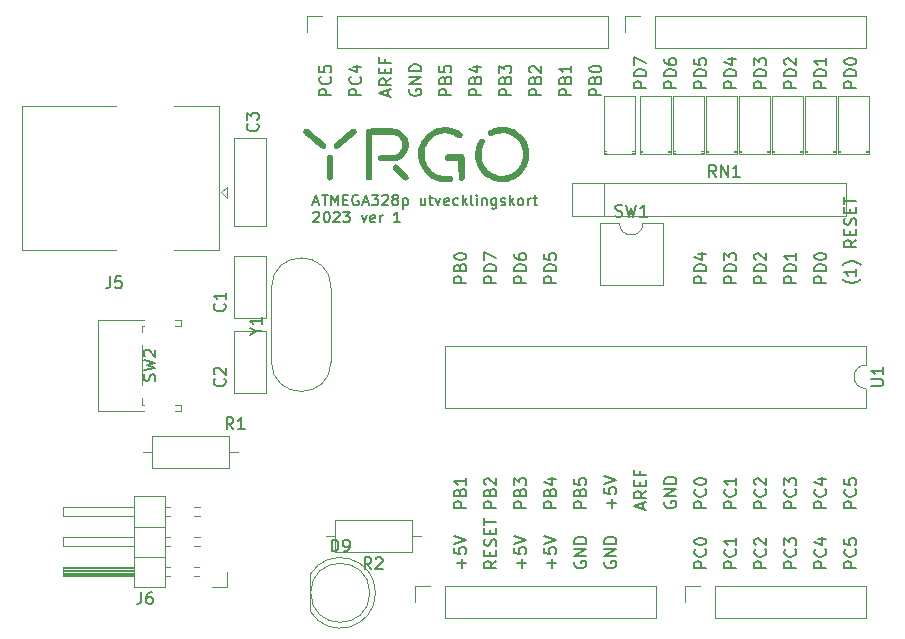
<source format=gbr>
%TF.GenerationSoftware,KiCad,Pcbnew,7.0.5*%
%TF.CreationDate,2023-11-13T20:32:54+01:00*%
%TF.ProjectId,atmega328p_dev_board,61746d65-6761-4333-9238-705f6465765f,rev?*%
%TF.SameCoordinates,Original*%
%TF.FileFunction,Legend,Top*%
%TF.FilePolarity,Positive*%
%FSLAX46Y46*%
G04 Gerber Fmt 4.6, Leading zero omitted, Abs format (unit mm)*
G04 Created by KiCad (PCBNEW 7.0.5) date 2023-11-13 20:32:54*
%MOMM*%
%LPD*%
G01*
G04 APERTURE LIST*
%ADD10C,0.150000*%
%ADD11C,0.120000*%
G04 APERTURE END LIST*
D10*
X151304819Y-94583220D02*
X150304819Y-94583220D01*
X150304819Y-94583220D02*
X150304819Y-94202268D01*
X150304819Y-94202268D02*
X150352438Y-94107030D01*
X150352438Y-94107030D02*
X150400057Y-94059411D01*
X150400057Y-94059411D02*
X150495295Y-94011792D01*
X150495295Y-94011792D02*
X150638152Y-94011792D01*
X150638152Y-94011792D02*
X150733390Y-94059411D01*
X150733390Y-94059411D02*
X150781009Y-94107030D01*
X150781009Y-94107030D02*
X150828628Y-94202268D01*
X150828628Y-94202268D02*
X150828628Y-94583220D01*
X151209580Y-93011792D02*
X151257200Y-93059411D01*
X151257200Y-93059411D02*
X151304819Y-93202268D01*
X151304819Y-93202268D02*
X151304819Y-93297506D01*
X151304819Y-93297506D02*
X151257200Y-93440363D01*
X151257200Y-93440363D02*
X151161961Y-93535601D01*
X151161961Y-93535601D02*
X151066723Y-93583220D01*
X151066723Y-93583220D02*
X150876247Y-93630839D01*
X150876247Y-93630839D02*
X150733390Y-93630839D01*
X150733390Y-93630839D02*
X150542914Y-93583220D01*
X150542914Y-93583220D02*
X150447676Y-93535601D01*
X150447676Y-93535601D02*
X150352438Y-93440363D01*
X150352438Y-93440363D02*
X150304819Y-93297506D01*
X150304819Y-93297506D02*
X150304819Y-93202268D01*
X150304819Y-93202268D02*
X150352438Y-93059411D01*
X150352438Y-93059411D02*
X150400057Y-93011792D01*
X150304819Y-92392744D02*
X150304819Y-92297506D01*
X150304819Y-92297506D02*
X150352438Y-92202268D01*
X150352438Y-92202268D02*
X150400057Y-92154649D01*
X150400057Y-92154649D02*
X150495295Y-92107030D01*
X150495295Y-92107030D02*
X150685771Y-92059411D01*
X150685771Y-92059411D02*
X150923866Y-92059411D01*
X150923866Y-92059411D02*
X151114342Y-92107030D01*
X151114342Y-92107030D02*
X151209580Y-92154649D01*
X151209580Y-92154649D02*
X151257200Y-92202268D01*
X151257200Y-92202268D02*
X151304819Y-92297506D01*
X151304819Y-92297506D02*
X151304819Y-92392744D01*
X151304819Y-92392744D02*
X151257200Y-92487982D01*
X151257200Y-92487982D02*
X151209580Y-92535601D01*
X151209580Y-92535601D02*
X151114342Y-92583220D01*
X151114342Y-92583220D02*
X150923866Y-92630839D01*
X150923866Y-92630839D02*
X150685771Y-92630839D01*
X150685771Y-92630839D02*
X150495295Y-92583220D01*
X150495295Y-92583220D02*
X150400057Y-92535601D01*
X150400057Y-92535601D02*
X150352438Y-92487982D01*
X150352438Y-92487982D02*
X150304819Y-92392744D01*
X153844819Y-94583220D02*
X152844819Y-94583220D01*
X152844819Y-94583220D02*
X152844819Y-94202268D01*
X152844819Y-94202268D02*
X152892438Y-94107030D01*
X152892438Y-94107030D02*
X152940057Y-94059411D01*
X152940057Y-94059411D02*
X153035295Y-94011792D01*
X153035295Y-94011792D02*
X153178152Y-94011792D01*
X153178152Y-94011792D02*
X153273390Y-94059411D01*
X153273390Y-94059411D02*
X153321009Y-94107030D01*
X153321009Y-94107030D02*
X153368628Y-94202268D01*
X153368628Y-94202268D02*
X153368628Y-94583220D01*
X153749580Y-93011792D02*
X153797200Y-93059411D01*
X153797200Y-93059411D02*
X153844819Y-93202268D01*
X153844819Y-93202268D02*
X153844819Y-93297506D01*
X153844819Y-93297506D02*
X153797200Y-93440363D01*
X153797200Y-93440363D02*
X153701961Y-93535601D01*
X153701961Y-93535601D02*
X153606723Y-93583220D01*
X153606723Y-93583220D02*
X153416247Y-93630839D01*
X153416247Y-93630839D02*
X153273390Y-93630839D01*
X153273390Y-93630839D02*
X153082914Y-93583220D01*
X153082914Y-93583220D02*
X152987676Y-93535601D01*
X152987676Y-93535601D02*
X152892438Y-93440363D01*
X152892438Y-93440363D02*
X152844819Y-93297506D01*
X152844819Y-93297506D02*
X152844819Y-93202268D01*
X152844819Y-93202268D02*
X152892438Y-93059411D01*
X152892438Y-93059411D02*
X152940057Y-93011792D01*
X153844819Y-92059411D02*
X153844819Y-92630839D01*
X153844819Y-92345125D02*
X152844819Y-92345125D01*
X152844819Y-92345125D02*
X152987676Y-92440363D01*
X152987676Y-92440363D02*
X153082914Y-92535601D01*
X153082914Y-92535601D02*
X153130533Y-92630839D01*
X145939104Y-89550839D02*
X145939104Y-89074649D01*
X146224819Y-89646077D02*
X145224819Y-89312744D01*
X145224819Y-89312744D02*
X146224819Y-88979411D01*
X146224819Y-88074649D02*
X145748628Y-88407982D01*
X146224819Y-88646077D02*
X145224819Y-88646077D01*
X145224819Y-88646077D02*
X145224819Y-88265125D01*
X145224819Y-88265125D02*
X145272438Y-88169887D01*
X145272438Y-88169887D02*
X145320057Y-88122268D01*
X145320057Y-88122268D02*
X145415295Y-88074649D01*
X145415295Y-88074649D02*
X145558152Y-88074649D01*
X145558152Y-88074649D02*
X145653390Y-88122268D01*
X145653390Y-88122268D02*
X145701009Y-88169887D01*
X145701009Y-88169887D02*
X145748628Y-88265125D01*
X145748628Y-88265125D02*
X145748628Y-88646077D01*
X145701009Y-87646077D02*
X145701009Y-87312744D01*
X146224819Y-87169887D02*
X146224819Y-87646077D01*
X146224819Y-87646077D02*
X145224819Y-87646077D01*
X145224819Y-87646077D02*
X145224819Y-87169887D01*
X145701009Y-86407982D02*
X145701009Y-86741315D01*
X146224819Y-86741315D02*
X145224819Y-86741315D01*
X145224819Y-86741315D02*
X145224819Y-86265125D01*
X138223866Y-94583220D02*
X138223866Y-93821316D01*
X138604819Y-94202268D02*
X137842914Y-94202268D01*
X137604819Y-92868935D02*
X137604819Y-93345125D01*
X137604819Y-93345125D02*
X138081009Y-93392744D01*
X138081009Y-93392744D02*
X138033390Y-93345125D01*
X138033390Y-93345125D02*
X137985771Y-93249887D01*
X137985771Y-93249887D02*
X137985771Y-93011792D01*
X137985771Y-93011792D02*
X138033390Y-92916554D01*
X138033390Y-92916554D02*
X138081009Y-92868935D01*
X138081009Y-92868935D02*
X138176247Y-92821316D01*
X138176247Y-92821316D02*
X138414342Y-92821316D01*
X138414342Y-92821316D02*
X138509580Y-92868935D01*
X138509580Y-92868935D02*
X138557200Y-92916554D01*
X138557200Y-92916554D02*
X138604819Y-93011792D01*
X138604819Y-93011792D02*
X138604819Y-93249887D01*
X138604819Y-93249887D02*
X138557200Y-93345125D01*
X138557200Y-93345125D02*
X138509580Y-93392744D01*
X137604819Y-92535601D02*
X138604819Y-92202268D01*
X138604819Y-92202268D02*
X137604819Y-91868935D01*
X164004819Y-94583220D02*
X163004819Y-94583220D01*
X163004819Y-94583220D02*
X163004819Y-94202268D01*
X163004819Y-94202268D02*
X163052438Y-94107030D01*
X163052438Y-94107030D02*
X163100057Y-94059411D01*
X163100057Y-94059411D02*
X163195295Y-94011792D01*
X163195295Y-94011792D02*
X163338152Y-94011792D01*
X163338152Y-94011792D02*
X163433390Y-94059411D01*
X163433390Y-94059411D02*
X163481009Y-94107030D01*
X163481009Y-94107030D02*
X163528628Y-94202268D01*
X163528628Y-94202268D02*
X163528628Y-94583220D01*
X163909580Y-93011792D02*
X163957200Y-93059411D01*
X163957200Y-93059411D02*
X164004819Y-93202268D01*
X164004819Y-93202268D02*
X164004819Y-93297506D01*
X164004819Y-93297506D02*
X163957200Y-93440363D01*
X163957200Y-93440363D02*
X163861961Y-93535601D01*
X163861961Y-93535601D02*
X163766723Y-93583220D01*
X163766723Y-93583220D02*
X163576247Y-93630839D01*
X163576247Y-93630839D02*
X163433390Y-93630839D01*
X163433390Y-93630839D02*
X163242914Y-93583220D01*
X163242914Y-93583220D02*
X163147676Y-93535601D01*
X163147676Y-93535601D02*
X163052438Y-93440363D01*
X163052438Y-93440363D02*
X163004819Y-93297506D01*
X163004819Y-93297506D02*
X163004819Y-93202268D01*
X163004819Y-93202268D02*
X163052438Y-93059411D01*
X163052438Y-93059411D02*
X163100057Y-93011792D01*
X163004819Y-92107030D02*
X163004819Y-92583220D01*
X163004819Y-92583220D02*
X163481009Y-92630839D01*
X163481009Y-92630839D02*
X163433390Y-92583220D01*
X163433390Y-92583220D02*
X163385771Y-92487982D01*
X163385771Y-92487982D02*
X163385771Y-92249887D01*
X163385771Y-92249887D02*
X163433390Y-92154649D01*
X163433390Y-92154649D02*
X163481009Y-92107030D01*
X163481009Y-92107030D02*
X163576247Y-92059411D01*
X163576247Y-92059411D02*
X163814342Y-92059411D01*
X163814342Y-92059411D02*
X163909580Y-92107030D01*
X163909580Y-92107030D02*
X163957200Y-92154649D01*
X163957200Y-92154649D02*
X164004819Y-92249887D01*
X164004819Y-92249887D02*
X164004819Y-92487982D01*
X164004819Y-92487982D02*
X163957200Y-92583220D01*
X163957200Y-92583220D02*
X163909580Y-92630839D01*
X136064819Y-70453220D02*
X135064819Y-70453220D01*
X135064819Y-70453220D02*
X135064819Y-70072268D01*
X135064819Y-70072268D02*
X135112438Y-69977030D01*
X135112438Y-69977030D02*
X135160057Y-69929411D01*
X135160057Y-69929411D02*
X135255295Y-69881792D01*
X135255295Y-69881792D02*
X135398152Y-69881792D01*
X135398152Y-69881792D02*
X135493390Y-69929411D01*
X135493390Y-69929411D02*
X135541009Y-69977030D01*
X135541009Y-69977030D02*
X135588628Y-70072268D01*
X135588628Y-70072268D02*
X135588628Y-70453220D01*
X136064819Y-69453220D02*
X135064819Y-69453220D01*
X135064819Y-69453220D02*
X135064819Y-69215125D01*
X135064819Y-69215125D02*
X135112438Y-69072268D01*
X135112438Y-69072268D02*
X135207676Y-68977030D01*
X135207676Y-68977030D02*
X135302914Y-68929411D01*
X135302914Y-68929411D02*
X135493390Y-68881792D01*
X135493390Y-68881792D02*
X135636247Y-68881792D01*
X135636247Y-68881792D02*
X135826723Y-68929411D01*
X135826723Y-68929411D02*
X135921961Y-68977030D01*
X135921961Y-68977030D02*
X136017200Y-69072268D01*
X136017200Y-69072268D02*
X136064819Y-69215125D01*
X136064819Y-69215125D02*
X136064819Y-69453220D01*
X135064819Y-68024649D02*
X135064819Y-68215125D01*
X135064819Y-68215125D02*
X135112438Y-68310363D01*
X135112438Y-68310363D02*
X135160057Y-68357982D01*
X135160057Y-68357982D02*
X135302914Y-68453220D01*
X135302914Y-68453220D02*
X135493390Y-68500839D01*
X135493390Y-68500839D02*
X135874342Y-68500839D01*
X135874342Y-68500839D02*
X135969580Y-68453220D01*
X135969580Y-68453220D02*
X136017200Y-68405601D01*
X136017200Y-68405601D02*
X136064819Y-68310363D01*
X136064819Y-68310363D02*
X136064819Y-68119887D01*
X136064819Y-68119887D02*
X136017200Y-68024649D01*
X136017200Y-68024649D02*
X135969580Y-67977030D01*
X135969580Y-67977030D02*
X135874342Y-67929411D01*
X135874342Y-67929411D02*
X135636247Y-67929411D01*
X135636247Y-67929411D02*
X135541009Y-67977030D01*
X135541009Y-67977030D02*
X135493390Y-68024649D01*
X135493390Y-68024649D02*
X135445771Y-68119887D01*
X135445771Y-68119887D02*
X135445771Y-68310363D01*
X135445771Y-68310363D02*
X135493390Y-68405601D01*
X135493390Y-68405601D02*
X135541009Y-68453220D01*
X135541009Y-68453220D02*
X135636247Y-68500839D01*
X134794819Y-54578220D02*
X133794819Y-54578220D01*
X133794819Y-54578220D02*
X133794819Y-54197268D01*
X133794819Y-54197268D02*
X133842438Y-54102030D01*
X133842438Y-54102030D02*
X133890057Y-54054411D01*
X133890057Y-54054411D02*
X133985295Y-54006792D01*
X133985295Y-54006792D02*
X134128152Y-54006792D01*
X134128152Y-54006792D02*
X134223390Y-54054411D01*
X134223390Y-54054411D02*
X134271009Y-54102030D01*
X134271009Y-54102030D02*
X134318628Y-54197268D01*
X134318628Y-54197268D02*
X134318628Y-54578220D01*
X134271009Y-53244887D02*
X134318628Y-53102030D01*
X134318628Y-53102030D02*
X134366247Y-53054411D01*
X134366247Y-53054411D02*
X134461485Y-53006792D01*
X134461485Y-53006792D02*
X134604342Y-53006792D01*
X134604342Y-53006792D02*
X134699580Y-53054411D01*
X134699580Y-53054411D02*
X134747200Y-53102030D01*
X134747200Y-53102030D02*
X134794819Y-53197268D01*
X134794819Y-53197268D02*
X134794819Y-53578220D01*
X134794819Y-53578220D02*
X133794819Y-53578220D01*
X133794819Y-53578220D02*
X133794819Y-53244887D01*
X133794819Y-53244887D02*
X133842438Y-53149649D01*
X133842438Y-53149649D02*
X133890057Y-53102030D01*
X133890057Y-53102030D02*
X133985295Y-53054411D01*
X133985295Y-53054411D02*
X134080533Y-53054411D01*
X134080533Y-53054411D02*
X134175771Y-53102030D01*
X134175771Y-53102030D02*
X134223390Y-53149649D01*
X134223390Y-53149649D02*
X134271009Y-53244887D01*
X134271009Y-53244887D02*
X134271009Y-53578220D01*
X133794819Y-52673458D02*
X133794819Y-52054411D01*
X133794819Y-52054411D02*
X134175771Y-52387744D01*
X134175771Y-52387744D02*
X134175771Y-52244887D01*
X134175771Y-52244887D02*
X134223390Y-52149649D01*
X134223390Y-52149649D02*
X134271009Y-52102030D01*
X134271009Y-52102030D02*
X134366247Y-52054411D01*
X134366247Y-52054411D02*
X134604342Y-52054411D01*
X134604342Y-52054411D02*
X134699580Y-52102030D01*
X134699580Y-52102030D02*
X134747200Y-52149649D01*
X134747200Y-52149649D02*
X134794819Y-52244887D01*
X134794819Y-52244887D02*
X134794819Y-52530601D01*
X134794819Y-52530601D02*
X134747200Y-52625839D01*
X134747200Y-52625839D02*
X134699580Y-52673458D01*
X133524819Y-70453220D02*
X132524819Y-70453220D01*
X132524819Y-70453220D02*
X132524819Y-70072268D01*
X132524819Y-70072268D02*
X132572438Y-69977030D01*
X132572438Y-69977030D02*
X132620057Y-69929411D01*
X132620057Y-69929411D02*
X132715295Y-69881792D01*
X132715295Y-69881792D02*
X132858152Y-69881792D01*
X132858152Y-69881792D02*
X132953390Y-69929411D01*
X132953390Y-69929411D02*
X133001009Y-69977030D01*
X133001009Y-69977030D02*
X133048628Y-70072268D01*
X133048628Y-70072268D02*
X133048628Y-70453220D01*
X133524819Y-69453220D02*
X132524819Y-69453220D01*
X132524819Y-69453220D02*
X132524819Y-69215125D01*
X132524819Y-69215125D02*
X132572438Y-69072268D01*
X132572438Y-69072268D02*
X132667676Y-68977030D01*
X132667676Y-68977030D02*
X132762914Y-68929411D01*
X132762914Y-68929411D02*
X132953390Y-68881792D01*
X132953390Y-68881792D02*
X133096247Y-68881792D01*
X133096247Y-68881792D02*
X133286723Y-68929411D01*
X133286723Y-68929411D02*
X133381961Y-68977030D01*
X133381961Y-68977030D02*
X133477200Y-69072268D01*
X133477200Y-69072268D02*
X133524819Y-69215125D01*
X133524819Y-69215125D02*
X133524819Y-69453220D01*
X132524819Y-68548458D02*
X132524819Y-67881792D01*
X132524819Y-67881792D02*
X133524819Y-68310363D01*
X164004819Y-89503220D02*
X163004819Y-89503220D01*
X163004819Y-89503220D02*
X163004819Y-89122268D01*
X163004819Y-89122268D02*
X163052438Y-89027030D01*
X163052438Y-89027030D02*
X163100057Y-88979411D01*
X163100057Y-88979411D02*
X163195295Y-88931792D01*
X163195295Y-88931792D02*
X163338152Y-88931792D01*
X163338152Y-88931792D02*
X163433390Y-88979411D01*
X163433390Y-88979411D02*
X163481009Y-89027030D01*
X163481009Y-89027030D02*
X163528628Y-89122268D01*
X163528628Y-89122268D02*
X163528628Y-89503220D01*
X163909580Y-87931792D02*
X163957200Y-87979411D01*
X163957200Y-87979411D02*
X164004819Y-88122268D01*
X164004819Y-88122268D02*
X164004819Y-88217506D01*
X164004819Y-88217506D02*
X163957200Y-88360363D01*
X163957200Y-88360363D02*
X163861961Y-88455601D01*
X163861961Y-88455601D02*
X163766723Y-88503220D01*
X163766723Y-88503220D02*
X163576247Y-88550839D01*
X163576247Y-88550839D02*
X163433390Y-88550839D01*
X163433390Y-88550839D02*
X163242914Y-88503220D01*
X163242914Y-88503220D02*
X163147676Y-88455601D01*
X163147676Y-88455601D02*
X163052438Y-88360363D01*
X163052438Y-88360363D02*
X163004819Y-88217506D01*
X163004819Y-88217506D02*
X163004819Y-88122268D01*
X163004819Y-88122268D02*
X163052438Y-87979411D01*
X163052438Y-87979411D02*
X163100057Y-87931792D01*
X163004819Y-87027030D02*
X163004819Y-87503220D01*
X163004819Y-87503220D02*
X163481009Y-87550839D01*
X163481009Y-87550839D02*
X163433390Y-87503220D01*
X163433390Y-87503220D02*
X163385771Y-87407982D01*
X163385771Y-87407982D02*
X163385771Y-87169887D01*
X163385771Y-87169887D02*
X163433390Y-87074649D01*
X163433390Y-87074649D02*
X163481009Y-87027030D01*
X163481009Y-87027030D02*
X163576247Y-86979411D01*
X163576247Y-86979411D02*
X163814342Y-86979411D01*
X163814342Y-86979411D02*
X163909580Y-87027030D01*
X163909580Y-87027030D02*
X163957200Y-87074649D01*
X163957200Y-87074649D02*
X164004819Y-87169887D01*
X164004819Y-87169887D02*
X164004819Y-87407982D01*
X164004819Y-87407982D02*
X163957200Y-87503220D01*
X163957200Y-87503220D02*
X163909580Y-87550839D01*
X158924819Y-94583220D02*
X157924819Y-94583220D01*
X157924819Y-94583220D02*
X157924819Y-94202268D01*
X157924819Y-94202268D02*
X157972438Y-94107030D01*
X157972438Y-94107030D02*
X158020057Y-94059411D01*
X158020057Y-94059411D02*
X158115295Y-94011792D01*
X158115295Y-94011792D02*
X158258152Y-94011792D01*
X158258152Y-94011792D02*
X158353390Y-94059411D01*
X158353390Y-94059411D02*
X158401009Y-94107030D01*
X158401009Y-94107030D02*
X158448628Y-94202268D01*
X158448628Y-94202268D02*
X158448628Y-94583220D01*
X158829580Y-93011792D02*
X158877200Y-93059411D01*
X158877200Y-93059411D02*
X158924819Y-93202268D01*
X158924819Y-93202268D02*
X158924819Y-93297506D01*
X158924819Y-93297506D02*
X158877200Y-93440363D01*
X158877200Y-93440363D02*
X158781961Y-93535601D01*
X158781961Y-93535601D02*
X158686723Y-93583220D01*
X158686723Y-93583220D02*
X158496247Y-93630839D01*
X158496247Y-93630839D02*
X158353390Y-93630839D01*
X158353390Y-93630839D02*
X158162914Y-93583220D01*
X158162914Y-93583220D02*
X158067676Y-93535601D01*
X158067676Y-93535601D02*
X157972438Y-93440363D01*
X157972438Y-93440363D02*
X157924819Y-93297506D01*
X157924819Y-93297506D02*
X157924819Y-93202268D01*
X157924819Y-93202268D02*
X157972438Y-93059411D01*
X157972438Y-93059411D02*
X158020057Y-93011792D01*
X157924819Y-92678458D02*
X157924819Y-92059411D01*
X157924819Y-92059411D02*
X158305771Y-92392744D01*
X158305771Y-92392744D02*
X158305771Y-92249887D01*
X158305771Y-92249887D02*
X158353390Y-92154649D01*
X158353390Y-92154649D02*
X158401009Y-92107030D01*
X158401009Y-92107030D02*
X158496247Y-92059411D01*
X158496247Y-92059411D02*
X158734342Y-92059411D01*
X158734342Y-92059411D02*
X158829580Y-92107030D01*
X158829580Y-92107030D02*
X158877200Y-92154649D01*
X158877200Y-92154649D02*
X158924819Y-92249887D01*
X158924819Y-92249887D02*
X158924819Y-92535601D01*
X158924819Y-92535601D02*
X158877200Y-92630839D01*
X158877200Y-92630839D02*
X158829580Y-92678458D01*
X119554819Y-54578220D02*
X118554819Y-54578220D01*
X118554819Y-54578220D02*
X118554819Y-54197268D01*
X118554819Y-54197268D02*
X118602438Y-54102030D01*
X118602438Y-54102030D02*
X118650057Y-54054411D01*
X118650057Y-54054411D02*
X118745295Y-54006792D01*
X118745295Y-54006792D02*
X118888152Y-54006792D01*
X118888152Y-54006792D02*
X118983390Y-54054411D01*
X118983390Y-54054411D02*
X119031009Y-54102030D01*
X119031009Y-54102030D02*
X119078628Y-54197268D01*
X119078628Y-54197268D02*
X119078628Y-54578220D01*
X119459580Y-53006792D02*
X119507200Y-53054411D01*
X119507200Y-53054411D02*
X119554819Y-53197268D01*
X119554819Y-53197268D02*
X119554819Y-53292506D01*
X119554819Y-53292506D02*
X119507200Y-53435363D01*
X119507200Y-53435363D02*
X119411961Y-53530601D01*
X119411961Y-53530601D02*
X119316723Y-53578220D01*
X119316723Y-53578220D02*
X119126247Y-53625839D01*
X119126247Y-53625839D02*
X118983390Y-53625839D01*
X118983390Y-53625839D02*
X118792914Y-53578220D01*
X118792914Y-53578220D02*
X118697676Y-53530601D01*
X118697676Y-53530601D02*
X118602438Y-53435363D01*
X118602438Y-53435363D02*
X118554819Y-53292506D01*
X118554819Y-53292506D02*
X118554819Y-53197268D01*
X118554819Y-53197268D02*
X118602438Y-53054411D01*
X118602438Y-53054411D02*
X118650057Y-53006792D01*
X118554819Y-52102030D02*
X118554819Y-52578220D01*
X118554819Y-52578220D02*
X119031009Y-52625839D01*
X119031009Y-52625839D02*
X118983390Y-52578220D01*
X118983390Y-52578220D02*
X118935771Y-52482982D01*
X118935771Y-52482982D02*
X118935771Y-52244887D01*
X118935771Y-52244887D02*
X118983390Y-52149649D01*
X118983390Y-52149649D02*
X119031009Y-52102030D01*
X119031009Y-52102030D02*
X119126247Y-52054411D01*
X119126247Y-52054411D02*
X119364342Y-52054411D01*
X119364342Y-52054411D02*
X119459580Y-52102030D01*
X119459580Y-52102030D02*
X119507200Y-52149649D01*
X119507200Y-52149649D02*
X119554819Y-52244887D01*
X119554819Y-52244887D02*
X119554819Y-52482982D01*
X119554819Y-52482982D02*
X119507200Y-52578220D01*
X119507200Y-52578220D02*
X119459580Y-52625839D01*
X133524819Y-89503220D02*
X132524819Y-89503220D01*
X132524819Y-89503220D02*
X132524819Y-89122268D01*
X132524819Y-89122268D02*
X132572438Y-89027030D01*
X132572438Y-89027030D02*
X132620057Y-88979411D01*
X132620057Y-88979411D02*
X132715295Y-88931792D01*
X132715295Y-88931792D02*
X132858152Y-88931792D01*
X132858152Y-88931792D02*
X132953390Y-88979411D01*
X132953390Y-88979411D02*
X133001009Y-89027030D01*
X133001009Y-89027030D02*
X133048628Y-89122268D01*
X133048628Y-89122268D02*
X133048628Y-89503220D01*
X133001009Y-88169887D02*
X133048628Y-88027030D01*
X133048628Y-88027030D02*
X133096247Y-87979411D01*
X133096247Y-87979411D02*
X133191485Y-87931792D01*
X133191485Y-87931792D02*
X133334342Y-87931792D01*
X133334342Y-87931792D02*
X133429580Y-87979411D01*
X133429580Y-87979411D02*
X133477200Y-88027030D01*
X133477200Y-88027030D02*
X133524819Y-88122268D01*
X133524819Y-88122268D02*
X133524819Y-88503220D01*
X133524819Y-88503220D02*
X132524819Y-88503220D01*
X132524819Y-88503220D02*
X132524819Y-88169887D01*
X132524819Y-88169887D02*
X132572438Y-88074649D01*
X132572438Y-88074649D02*
X132620057Y-88027030D01*
X132620057Y-88027030D02*
X132715295Y-87979411D01*
X132715295Y-87979411D02*
X132810533Y-87979411D01*
X132810533Y-87979411D02*
X132905771Y-88027030D01*
X132905771Y-88027030D02*
X132953390Y-88074649D01*
X132953390Y-88074649D02*
X133001009Y-88169887D01*
X133001009Y-88169887D02*
X133001009Y-88503220D01*
X132620057Y-87550839D02*
X132572438Y-87503220D01*
X132572438Y-87503220D02*
X132524819Y-87407982D01*
X132524819Y-87407982D02*
X132524819Y-87169887D01*
X132524819Y-87169887D02*
X132572438Y-87074649D01*
X132572438Y-87074649D02*
X132620057Y-87027030D01*
X132620057Y-87027030D02*
X132715295Y-86979411D01*
X132715295Y-86979411D02*
X132810533Y-86979411D01*
X132810533Y-86979411D02*
X132953390Y-87027030D01*
X132953390Y-87027030D02*
X133524819Y-87598458D01*
X133524819Y-87598458D02*
X133524819Y-86979411D01*
X136064819Y-89503220D02*
X135064819Y-89503220D01*
X135064819Y-89503220D02*
X135064819Y-89122268D01*
X135064819Y-89122268D02*
X135112438Y-89027030D01*
X135112438Y-89027030D02*
X135160057Y-88979411D01*
X135160057Y-88979411D02*
X135255295Y-88931792D01*
X135255295Y-88931792D02*
X135398152Y-88931792D01*
X135398152Y-88931792D02*
X135493390Y-88979411D01*
X135493390Y-88979411D02*
X135541009Y-89027030D01*
X135541009Y-89027030D02*
X135588628Y-89122268D01*
X135588628Y-89122268D02*
X135588628Y-89503220D01*
X135541009Y-88169887D02*
X135588628Y-88027030D01*
X135588628Y-88027030D02*
X135636247Y-87979411D01*
X135636247Y-87979411D02*
X135731485Y-87931792D01*
X135731485Y-87931792D02*
X135874342Y-87931792D01*
X135874342Y-87931792D02*
X135969580Y-87979411D01*
X135969580Y-87979411D02*
X136017200Y-88027030D01*
X136017200Y-88027030D02*
X136064819Y-88122268D01*
X136064819Y-88122268D02*
X136064819Y-88503220D01*
X136064819Y-88503220D02*
X135064819Y-88503220D01*
X135064819Y-88503220D02*
X135064819Y-88169887D01*
X135064819Y-88169887D02*
X135112438Y-88074649D01*
X135112438Y-88074649D02*
X135160057Y-88027030D01*
X135160057Y-88027030D02*
X135255295Y-87979411D01*
X135255295Y-87979411D02*
X135350533Y-87979411D01*
X135350533Y-87979411D02*
X135445771Y-88027030D01*
X135445771Y-88027030D02*
X135493390Y-88074649D01*
X135493390Y-88074649D02*
X135541009Y-88169887D01*
X135541009Y-88169887D02*
X135541009Y-88503220D01*
X135064819Y-87598458D02*
X135064819Y-86979411D01*
X135064819Y-86979411D02*
X135445771Y-87312744D01*
X135445771Y-87312744D02*
X135445771Y-87169887D01*
X135445771Y-87169887D02*
X135493390Y-87074649D01*
X135493390Y-87074649D02*
X135541009Y-87027030D01*
X135541009Y-87027030D02*
X135636247Y-86979411D01*
X135636247Y-86979411D02*
X135874342Y-86979411D01*
X135874342Y-86979411D02*
X135969580Y-87027030D01*
X135969580Y-87027030D02*
X136017200Y-87074649D01*
X136017200Y-87074649D02*
X136064819Y-87169887D01*
X136064819Y-87169887D02*
X136064819Y-87455601D01*
X136064819Y-87455601D02*
X136017200Y-87550839D01*
X136017200Y-87550839D02*
X135969580Y-87598458D01*
X156384819Y-53943220D02*
X155384819Y-53943220D01*
X155384819Y-53943220D02*
X155384819Y-53562268D01*
X155384819Y-53562268D02*
X155432438Y-53467030D01*
X155432438Y-53467030D02*
X155480057Y-53419411D01*
X155480057Y-53419411D02*
X155575295Y-53371792D01*
X155575295Y-53371792D02*
X155718152Y-53371792D01*
X155718152Y-53371792D02*
X155813390Y-53419411D01*
X155813390Y-53419411D02*
X155861009Y-53467030D01*
X155861009Y-53467030D02*
X155908628Y-53562268D01*
X155908628Y-53562268D02*
X155908628Y-53943220D01*
X156384819Y-52943220D02*
X155384819Y-52943220D01*
X155384819Y-52943220D02*
X155384819Y-52705125D01*
X155384819Y-52705125D02*
X155432438Y-52562268D01*
X155432438Y-52562268D02*
X155527676Y-52467030D01*
X155527676Y-52467030D02*
X155622914Y-52419411D01*
X155622914Y-52419411D02*
X155813390Y-52371792D01*
X155813390Y-52371792D02*
X155956247Y-52371792D01*
X155956247Y-52371792D02*
X156146723Y-52419411D01*
X156146723Y-52419411D02*
X156241961Y-52467030D01*
X156241961Y-52467030D02*
X156337200Y-52562268D01*
X156337200Y-52562268D02*
X156384819Y-52705125D01*
X156384819Y-52705125D02*
X156384819Y-52943220D01*
X155384819Y-52038458D02*
X155384819Y-51419411D01*
X155384819Y-51419411D02*
X155765771Y-51752744D01*
X155765771Y-51752744D02*
X155765771Y-51609887D01*
X155765771Y-51609887D02*
X155813390Y-51514649D01*
X155813390Y-51514649D02*
X155861009Y-51467030D01*
X155861009Y-51467030D02*
X155956247Y-51419411D01*
X155956247Y-51419411D02*
X156194342Y-51419411D01*
X156194342Y-51419411D02*
X156289580Y-51467030D01*
X156289580Y-51467030D02*
X156337200Y-51514649D01*
X156337200Y-51514649D02*
X156384819Y-51609887D01*
X156384819Y-51609887D02*
X156384819Y-51895601D01*
X156384819Y-51895601D02*
X156337200Y-51990839D01*
X156337200Y-51990839D02*
X156289580Y-52038458D01*
X153844819Y-70453220D02*
X152844819Y-70453220D01*
X152844819Y-70453220D02*
X152844819Y-70072268D01*
X152844819Y-70072268D02*
X152892438Y-69977030D01*
X152892438Y-69977030D02*
X152940057Y-69929411D01*
X152940057Y-69929411D02*
X153035295Y-69881792D01*
X153035295Y-69881792D02*
X153178152Y-69881792D01*
X153178152Y-69881792D02*
X153273390Y-69929411D01*
X153273390Y-69929411D02*
X153321009Y-69977030D01*
X153321009Y-69977030D02*
X153368628Y-70072268D01*
X153368628Y-70072268D02*
X153368628Y-70453220D01*
X153844819Y-69453220D02*
X152844819Y-69453220D01*
X152844819Y-69453220D02*
X152844819Y-69215125D01*
X152844819Y-69215125D02*
X152892438Y-69072268D01*
X152892438Y-69072268D02*
X152987676Y-68977030D01*
X152987676Y-68977030D02*
X153082914Y-68929411D01*
X153082914Y-68929411D02*
X153273390Y-68881792D01*
X153273390Y-68881792D02*
X153416247Y-68881792D01*
X153416247Y-68881792D02*
X153606723Y-68929411D01*
X153606723Y-68929411D02*
X153701961Y-68977030D01*
X153701961Y-68977030D02*
X153797200Y-69072268D01*
X153797200Y-69072268D02*
X153844819Y-69215125D01*
X153844819Y-69215125D02*
X153844819Y-69453220D01*
X152844819Y-68548458D02*
X152844819Y-67929411D01*
X152844819Y-67929411D02*
X153225771Y-68262744D01*
X153225771Y-68262744D02*
X153225771Y-68119887D01*
X153225771Y-68119887D02*
X153273390Y-68024649D01*
X153273390Y-68024649D02*
X153321009Y-67977030D01*
X153321009Y-67977030D02*
X153416247Y-67929411D01*
X153416247Y-67929411D02*
X153654342Y-67929411D01*
X153654342Y-67929411D02*
X153749580Y-67977030D01*
X153749580Y-67977030D02*
X153797200Y-68024649D01*
X153797200Y-68024649D02*
X153844819Y-68119887D01*
X153844819Y-68119887D02*
X153844819Y-68405601D01*
X153844819Y-68405601D02*
X153797200Y-68500839D01*
X153797200Y-68500839D02*
X153749580Y-68548458D01*
X141144819Y-89503220D02*
X140144819Y-89503220D01*
X140144819Y-89503220D02*
X140144819Y-89122268D01*
X140144819Y-89122268D02*
X140192438Y-89027030D01*
X140192438Y-89027030D02*
X140240057Y-88979411D01*
X140240057Y-88979411D02*
X140335295Y-88931792D01*
X140335295Y-88931792D02*
X140478152Y-88931792D01*
X140478152Y-88931792D02*
X140573390Y-88979411D01*
X140573390Y-88979411D02*
X140621009Y-89027030D01*
X140621009Y-89027030D02*
X140668628Y-89122268D01*
X140668628Y-89122268D02*
X140668628Y-89503220D01*
X140621009Y-88169887D02*
X140668628Y-88027030D01*
X140668628Y-88027030D02*
X140716247Y-87979411D01*
X140716247Y-87979411D02*
X140811485Y-87931792D01*
X140811485Y-87931792D02*
X140954342Y-87931792D01*
X140954342Y-87931792D02*
X141049580Y-87979411D01*
X141049580Y-87979411D02*
X141097200Y-88027030D01*
X141097200Y-88027030D02*
X141144819Y-88122268D01*
X141144819Y-88122268D02*
X141144819Y-88503220D01*
X141144819Y-88503220D02*
X140144819Y-88503220D01*
X140144819Y-88503220D02*
X140144819Y-88169887D01*
X140144819Y-88169887D02*
X140192438Y-88074649D01*
X140192438Y-88074649D02*
X140240057Y-88027030D01*
X140240057Y-88027030D02*
X140335295Y-87979411D01*
X140335295Y-87979411D02*
X140430533Y-87979411D01*
X140430533Y-87979411D02*
X140525771Y-88027030D01*
X140525771Y-88027030D02*
X140573390Y-88074649D01*
X140573390Y-88074649D02*
X140621009Y-88169887D01*
X140621009Y-88169887D02*
X140621009Y-88503220D01*
X140144819Y-87027030D02*
X140144819Y-87503220D01*
X140144819Y-87503220D02*
X140621009Y-87550839D01*
X140621009Y-87550839D02*
X140573390Y-87503220D01*
X140573390Y-87503220D02*
X140525771Y-87407982D01*
X140525771Y-87407982D02*
X140525771Y-87169887D01*
X140525771Y-87169887D02*
X140573390Y-87074649D01*
X140573390Y-87074649D02*
X140621009Y-87027030D01*
X140621009Y-87027030D02*
X140716247Y-86979411D01*
X140716247Y-86979411D02*
X140954342Y-86979411D01*
X140954342Y-86979411D02*
X141049580Y-87027030D01*
X141049580Y-87027030D02*
X141097200Y-87074649D01*
X141097200Y-87074649D02*
X141144819Y-87169887D01*
X141144819Y-87169887D02*
X141144819Y-87407982D01*
X141144819Y-87407982D02*
X141097200Y-87503220D01*
X141097200Y-87503220D02*
X141049580Y-87550839D01*
X129714819Y-54578220D02*
X128714819Y-54578220D01*
X128714819Y-54578220D02*
X128714819Y-54197268D01*
X128714819Y-54197268D02*
X128762438Y-54102030D01*
X128762438Y-54102030D02*
X128810057Y-54054411D01*
X128810057Y-54054411D02*
X128905295Y-54006792D01*
X128905295Y-54006792D02*
X129048152Y-54006792D01*
X129048152Y-54006792D02*
X129143390Y-54054411D01*
X129143390Y-54054411D02*
X129191009Y-54102030D01*
X129191009Y-54102030D02*
X129238628Y-54197268D01*
X129238628Y-54197268D02*
X129238628Y-54578220D01*
X129191009Y-53244887D02*
X129238628Y-53102030D01*
X129238628Y-53102030D02*
X129286247Y-53054411D01*
X129286247Y-53054411D02*
X129381485Y-53006792D01*
X129381485Y-53006792D02*
X129524342Y-53006792D01*
X129524342Y-53006792D02*
X129619580Y-53054411D01*
X129619580Y-53054411D02*
X129667200Y-53102030D01*
X129667200Y-53102030D02*
X129714819Y-53197268D01*
X129714819Y-53197268D02*
X129714819Y-53578220D01*
X129714819Y-53578220D02*
X128714819Y-53578220D01*
X128714819Y-53578220D02*
X128714819Y-53244887D01*
X128714819Y-53244887D02*
X128762438Y-53149649D01*
X128762438Y-53149649D02*
X128810057Y-53102030D01*
X128810057Y-53102030D02*
X128905295Y-53054411D01*
X128905295Y-53054411D02*
X129000533Y-53054411D01*
X129000533Y-53054411D02*
X129095771Y-53102030D01*
X129095771Y-53102030D02*
X129143390Y-53149649D01*
X129143390Y-53149649D02*
X129191009Y-53244887D01*
X129191009Y-53244887D02*
X129191009Y-53578220D01*
X128714819Y-52102030D02*
X128714819Y-52578220D01*
X128714819Y-52578220D02*
X129191009Y-52625839D01*
X129191009Y-52625839D02*
X129143390Y-52578220D01*
X129143390Y-52578220D02*
X129095771Y-52482982D01*
X129095771Y-52482982D02*
X129095771Y-52244887D01*
X129095771Y-52244887D02*
X129143390Y-52149649D01*
X129143390Y-52149649D02*
X129191009Y-52102030D01*
X129191009Y-52102030D02*
X129286247Y-52054411D01*
X129286247Y-52054411D02*
X129524342Y-52054411D01*
X129524342Y-52054411D02*
X129619580Y-52102030D01*
X129619580Y-52102030D02*
X129667200Y-52149649D01*
X129667200Y-52149649D02*
X129714819Y-52244887D01*
X129714819Y-52244887D02*
X129714819Y-52482982D01*
X129714819Y-52482982D02*
X129667200Y-52578220D01*
X129667200Y-52578220D02*
X129619580Y-52625839D01*
X130603866Y-94583220D02*
X130603866Y-93821316D01*
X130984819Y-94202268D02*
X130222914Y-94202268D01*
X129984819Y-92868935D02*
X129984819Y-93345125D01*
X129984819Y-93345125D02*
X130461009Y-93392744D01*
X130461009Y-93392744D02*
X130413390Y-93345125D01*
X130413390Y-93345125D02*
X130365771Y-93249887D01*
X130365771Y-93249887D02*
X130365771Y-93011792D01*
X130365771Y-93011792D02*
X130413390Y-92916554D01*
X130413390Y-92916554D02*
X130461009Y-92868935D01*
X130461009Y-92868935D02*
X130556247Y-92821316D01*
X130556247Y-92821316D02*
X130794342Y-92821316D01*
X130794342Y-92821316D02*
X130889580Y-92868935D01*
X130889580Y-92868935D02*
X130937200Y-92916554D01*
X130937200Y-92916554D02*
X130984819Y-93011792D01*
X130984819Y-93011792D02*
X130984819Y-93249887D01*
X130984819Y-93249887D02*
X130937200Y-93345125D01*
X130937200Y-93345125D02*
X130889580Y-93392744D01*
X129984819Y-92535601D02*
X130984819Y-92202268D01*
X130984819Y-92202268D02*
X129984819Y-91868935D01*
X158924819Y-70453220D02*
X157924819Y-70453220D01*
X157924819Y-70453220D02*
X157924819Y-70072268D01*
X157924819Y-70072268D02*
X157972438Y-69977030D01*
X157972438Y-69977030D02*
X158020057Y-69929411D01*
X158020057Y-69929411D02*
X158115295Y-69881792D01*
X158115295Y-69881792D02*
X158258152Y-69881792D01*
X158258152Y-69881792D02*
X158353390Y-69929411D01*
X158353390Y-69929411D02*
X158401009Y-69977030D01*
X158401009Y-69977030D02*
X158448628Y-70072268D01*
X158448628Y-70072268D02*
X158448628Y-70453220D01*
X158924819Y-69453220D02*
X157924819Y-69453220D01*
X157924819Y-69453220D02*
X157924819Y-69215125D01*
X157924819Y-69215125D02*
X157972438Y-69072268D01*
X157972438Y-69072268D02*
X158067676Y-68977030D01*
X158067676Y-68977030D02*
X158162914Y-68929411D01*
X158162914Y-68929411D02*
X158353390Y-68881792D01*
X158353390Y-68881792D02*
X158496247Y-68881792D01*
X158496247Y-68881792D02*
X158686723Y-68929411D01*
X158686723Y-68929411D02*
X158781961Y-68977030D01*
X158781961Y-68977030D02*
X158877200Y-69072268D01*
X158877200Y-69072268D02*
X158924819Y-69215125D01*
X158924819Y-69215125D02*
X158924819Y-69453220D01*
X158924819Y-67929411D02*
X158924819Y-68500839D01*
X158924819Y-68215125D02*
X157924819Y-68215125D01*
X157924819Y-68215125D02*
X158067676Y-68310363D01*
X158067676Y-68310363D02*
X158162914Y-68405601D01*
X158162914Y-68405601D02*
X158210533Y-68500839D01*
X138604819Y-70453220D02*
X137604819Y-70453220D01*
X137604819Y-70453220D02*
X137604819Y-70072268D01*
X137604819Y-70072268D02*
X137652438Y-69977030D01*
X137652438Y-69977030D02*
X137700057Y-69929411D01*
X137700057Y-69929411D02*
X137795295Y-69881792D01*
X137795295Y-69881792D02*
X137938152Y-69881792D01*
X137938152Y-69881792D02*
X138033390Y-69929411D01*
X138033390Y-69929411D02*
X138081009Y-69977030D01*
X138081009Y-69977030D02*
X138128628Y-70072268D01*
X138128628Y-70072268D02*
X138128628Y-70453220D01*
X138604819Y-69453220D02*
X137604819Y-69453220D01*
X137604819Y-69453220D02*
X137604819Y-69215125D01*
X137604819Y-69215125D02*
X137652438Y-69072268D01*
X137652438Y-69072268D02*
X137747676Y-68977030D01*
X137747676Y-68977030D02*
X137842914Y-68929411D01*
X137842914Y-68929411D02*
X138033390Y-68881792D01*
X138033390Y-68881792D02*
X138176247Y-68881792D01*
X138176247Y-68881792D02*
X138366723Y-68929411D01*
X138366723Y-68929411D02*
X138461961Y-68977030D01*
X138461961Y-68977030D02*
X138557200Y-69072268D01*
X138557200Y-69072268D02*
X138604819Y-69215125D01*
X138604819Y-69215125D02*
X138604819Y-69453220D01*
X137604819Y-67977030D02*
X137604819Y-68453220D01*
X137604819Y-68453220D02*
X138081009Y-68500839D01*
X138081009Y-68500839D02*
X138033390Y-68453220D01*
X138033390Y-68453220D02*
X137985771Y-68357982D01*
X137985771Y-68357982D02*
X137985771Y-68119887D01*
X137985771Y-68119887D02*
X138033390Y-68024649D01*
X138033390Y-68024649D02*
X138081009Y-67977030D01*
X138081009Y-67977030D02*
X138176247Y-67929411D01*
X138176247Y-67929411D02*
X138414342Y-67929411D01*
X138414342Y-67929411D02*
X138509580Y-67977030D01*
X138509580Y-67977030D02*
X138557200Y-68024649D01*
X138557200Y-68024649D02*
X138604819Y-68119887D01*
X138604819Y-68119887D02*
X138604819Y-68357982D01*
X138604819Y-68357982D02*
X138557200Y-68453220D01*
X138557200Y-68453220D02*
X138509580Y-68500839D01*
X146224819Y-53943220D02*
X145224819Y-53943220D01*
X145224819Y-53943220D02*
X145224819Y-53562268D01*
X145224819Y-53562268D02*
X145272438Y-53467030D01*
X145272438Y-53467030D02*
X145320057Y-53419411D01*
X145320057Y-53419411D02*
X145415295Y-53371792D01*
X145415295Y-53371792D02*
X145558152Y-53371792D01*
X145558152Y-53371792D02*
X145653390Y-53419411D01*
X145653390Y-53419411D02*
X145701009Y-53467030D01*
X145701009Y-53467030D02*
X145748628Y-53562268D01*
X145748628Y-53562268D02*
X145748628Y-53943220D01*
X146224819Y-52943220D02*
X145224819Y-52943220D01*
X145224819Y-52943220D02*
X145224819Y-52705125D01*
X145224819Y-52705125D02*
X145272438Y-52562268D01*
X145272438Y-52562268D02*
X145367676Y-52467030D01*
X145367676Y-52467030D02*
X145462914Y-52419411D01*
X145462914Y-52419411D02*
X145653390Y-52371792D01*
X145653390Y-52371792D02*
X145796247Y-52371792D01*
X145796247Y-52371792D02*
X145986723Y-52419411D01*
X145986723Y-52419411D02*
X146081961Y-52467030D01*
X146081961Y-52467030D02*
X146177200Y-52562268D01*
X146177200Y-52562268D02*
X146224819Y-52705125D01*
X146224819Y-52705125D02*
X146224819Y-52943220D01*
X145224819Y-52038458D02*
X145224819Y-51371792D01*
X145224819Y-51371792D02*
X146224819Y-51800363D01*
X118050112Y-63631914D02*
X118478684Y-63631914D01*
X117964398Y-63889057D02*
X118264398Y-62989057D01*
X118264398Y-62989057D02*
X118564398Y-63889057D01*
X118735827Y-62989057D02*
X119250113Y-62989057D01*
X118992970Y-63889057D02*
X118992970Y-62989057D01*
X119550112Y-63889057D02*
X119550112Y-62989057D01*
X119550112Y-62989057D02*
X119850112Y-63631914D01*
X119850112Y-63631914D02*
X120150112Y-62989057D01*
X120150112Y-62989057D02*
X120150112Y-63889057D01*
X120578683Y-63417628D02*
X120878683Y-63417628D01*
X121007255Y-63889057D02*
X120578683Y-63889057D01*
X120578683Y-63889057D02*
X120578683Y-62989057D01*
X120578683Y-62989057D02*
X121007255Y-62989057D01*
X121864398Y-63031914D02*
X121778684Y-62989057D01*
X121778684Y-62989057D02*
X121650112Y-62989057D01*
X121650112Y-62989057D02*
X121521541Y-63031914D01*
X121521541Y-63031914D02*
X121435826Y-63117628D01*
X121435826Y-63117628D02*
X121392969Y-63203342D01*
X121392969Y-63203342D02*
X121350112Y-63374771D01*
X121350112Y-63374771D02*
X121350112Y-63503342D01*
X121350112Y-63503342D02*
X121392969Y-63674771D01*
X121392969Y-63674771D02*
X121435826Y-63760485D01*
X121435826Y-63760485D02*
X121521541Y-63846200D01*
X121521541Y-63846200D02*
X121650112Y-63889057D01*
X121650112Y-63889057D02*
X121735826Y-63889057D01*
X121735826Y-63889057D02*
X121864398Y-63846200D01*
X121864398Y-63846200D02*
X121907255Y-63803342D01*
X121907255Y-63803342D02*
X121907255Y-63503342D01*
X121907255Y-63503342D02*
X121735826Y-63503342D01*
X122250112Y-63631914D02*
X122678684Y-63631914D01*
X122164398Y-63889057D02*
X122464398Y-62989057D01*
X122464398Y-62989057D02*
X122764398Y-63889057D01*
X122978684Y-62989057D02*
X123535827Y-62989057D01*
X123535827Y-62989057D02*
X123235827Y-63331914D01*
X123235827Y-63331914D02*
X123364398Y-63331914D01*
X123364398Y-63331914D02*
X123450113Y-63374771D01*
X123450113Y-63374771D02*
X123492970Y-63417628D01*
X123492970Y-63417628D02*
X123535827Y-63503342D01*
X123535827Y-63503342D02*
X123535827Y-63717628D01*
X123535827Y-63717628D02*
X123492970Y-63803342D01*
X123492970Y-63803342D02*
X123450113Y-63846200D01*
X123450113Y-63846200D02*
X123364398Y-63889057D01*
X123364398Y-63889057D02*
X123107255Y-63889057D01*
X123107255Y-63889057D02*
X123021541Y-63846200D01*
X123021541Y-63846200D02*
X122978684Y-63803342D01*
X123878684Y-63074771D02*
X123921541Y-63031914D01*
X123921541Y-63031914D02*
X124007256Y-62989057D01*
X124007256Y-62989057D02*
X124221541Y-62989057D01*
X124221541Y-62989057D02*
X124307256Y-63031914D01*
X124307256Y-63031914D02*
X124350113Y-63074771D01*
X124350113Y-63074771D02*
X124392970Y-63160485D01*
X124392970Y-63160485D02*
X124392970Y-63246200D01*
X124392970Y-63246200D02*
X124350113Y-63374771D01*
X124350113Y-63374771D02*
X123835827Y-63889057D01*
X123835827Y-63889057D02*
X124392970Y-63889057D01*
X124907256Y-63374771D02*
X124821541Y-63331914D01*
X124821541Y-63331914D02*
X124778684Y-63289057D01*
X124778684Y-63289057D02*
X124735827Y-63203342D01*
X124735827Y-63203342D02*
X124735827Y-63160485D01*
X124735827Y-63160485D02*
X124778684Y-63074771D01*
X124778684Y-63074771D02*
X124821541Y-63031914D01*
X124821541Y-63031914D02*
X124907256Y-62989057D01*
X124907256Y-62989057D02*
X125078684Y-62989057D01*
X125078684Y-62989057D02*
X125164399Y-63031914D01*
X125164399Y-63031914D02*
X125207256Y-63074771D01*
X125207256Y-63074771D02*
X125250113Y-63160485D01*
X125250113Y-63160485D02*
X125250113Y-63203342D01*
X125250113Y-63203342D02*
X125207256Y-63289057D01*
X125207256Y-63289057D02*
X125164399Y-63331914D01*
X125164399Y-63331914D02*
X125078684Y-63374771D01*
X125078684Y-63374771D02*
X124907256Y-63374771D01*
X124907256Y-63374771D02*
X124821541Y-63417628D01*
X124821541Y-63417628D02*
X124778684Y-63460485D01*
X124778684Y-63460485D02*
X124735827Y-63546200D01*
X124735827Y-63546200D02*
X124735827Y-63717628D01*
X124735827Y-63717628D02*
X124778684Y-63803342D01*
X124778684Y-63803342D02*
X124821541Y-63846200D01*
X124821541Y-63846200D02*
X124907256Y-63889057D01*
X124907256Y-63889057D02*
X125078684Y-63889057D01*
X125078684Y-63889057D02*
X125164399Y-63846200D01*
X125164399Y-63846200D02*
X125207256Y-63803342D01*
X125207256Y-63803342D02*
X125250113Y-63717628D01*
X125250113Y-63717628D02*
X125250113Y-63546200D01*
X125250113Y-63546200D02*
X125207256Y-63460485D01*
X125207256Y-63460485D02*
X125164399Y-63417628D01*
X125164399Y-63417628D02*
X125078684Y-63374771D01*
X125635827Y-63289057D02*
X125635827Y-64189057D01*
X125635827Y-63331914D02*
X125721542Y-63289057D01*
X125721542Y-63289057D02*
X125892970Y-63289057D01*
X125892970Y-63289057D02*
X125978684Y-63331914D01*
X125978684Y-63331914D02*
X126021542Y-63374771D01*
X126021542Y-63374771D02*
X126064399Y-63460485D01*
X126064399Y-63460485D02*
X126064399Y-63717628D01*
X126064399Y-63717628D02*
X126021542Y-63803342D01*
X126021542Y-63803342D02*
X125978684Y-63846200D01*
X125978684Y-63846200D02*
X125892970Y-63889057D01*
X125892970Y-63889057D02*
X125721542Y-63889057D01*
X125721542Y-63889057D02*
X125635827Y-63846200D01*
X127521542Y-63289057D02*
X127521542Y-63889057D01*
X127135827Y-63289057D02*
X127135827Y-63760485D01*
X127135827Y-63760485D02*
X127178684Y-63846200D01*
X127178684Y-63846200D02*
X127264399Y-63889057D01*
X127264399Y-63889057D02*
X127392970Y-63889057D01*
X127392970Y-63889057D02*
X127478684Y-63846200D01*
X127478684Y-63846200D02*
X127521542Y-63803342D01*
X127821542Y-63289057D02*
X128164399Y-63289057D01*
X127950113Y-62989057D02*
X127950113Y-63760485D01*
X127950113Y-63760485D02*
X127992970Y-63846200D01*
X127992970Y-63846200D02*
X128078685Y-63889057D01*
X128078685Y-63889057D02*
X128164399Y-63889057D01*
X128378685Y-63289057D02*
X128592971Y-63889057D01*
X128592971Y-63889057D02*
X128807256Y-63289057D01*
X129492970Y-63846200D02*
X129407256Y-63889057D01*
X129407256Y-63889057D02*
X129235828Y-63889057D01*
X129235828Y-63889057D02*
X129150113Y-63846200D01*
X129150113Y-63846200D02*
X129107256Y-63760485D01*
X129107256Y-63760485D02*
X129107256Y-63417628D01*
X129107256Y-63417628D02*
X129150113Y-63331914D01*
X129150113Y-63331914D02*
X129235828Y-63289057D01*
X129235828Y-63289057D02*
X129407256Y-63289057D01*
X129407256Y-63289057D02*
X129492970Y-63331914D01*
X129492970Y-63331914D02*
X129535828Y-63417628D01*
X129535828Y-63417628D02*
X129535828Y-63503342D01*
X129535828Y-63503342D02*
X129107256Y-63589057D01*
X130307257Y-63846200D02*
X130221542Y-63889057D01*
X130221542Y-63889057D02*
X130050114Y-63889057D01*
X130050114Y-63889057D02*
X129964399Y-63846200D01*
X129964399Y-63846200D02*
X129921542Y-63803342D01*
X129921542Y-63803342D02*
X129878685Y-63717628D01*
X129878685Y-63717628D02*
X129878685Y-63460485D01*
X129878685Y-63460485D02*
X129921542Y-63374771D01*
X129921542Y-63374771D02*
X129964399Y-63331914D01*
X129964399Y-63331914D02*
X130050114Y-63289057D01*
X130050114Y-63289057D02*
X130221542Y-63289057D01*
X130221542Y-63289057D02*
X130307257Y-63331914D01*
X130692971Y-63889057D02*
X130692971Y-62989057D01*
X130778686Y-63546200D02*
X131035828Y-63889057D01*
X131035828Y-63289057D02*
X130692971Y-63631914D01*
X131550114Y-63889057D02*
X131464399Y-63846200D01*
X131464399Y-63846200D02*
X131421542Y-63760485D01*
X131421542Y-63760485D02*
X131421542Y-62989057D01*
X131892971Y-63889057D02*
X131892971Y-63289057D01*
X131892971Y-62989057D02*
X131850114Y-63031914D01*
X131850114Y-63031914D02*
X131892971Y-63074771D01*
X131892971Y-63074771D02*
X131935828Y-63031914D01*
X131935828Y-63031914D02*
X131892971Y-62989057D01*
X131892971Y-62989057D02*
X131892971Y-63074771D01*
X132321542Y-63289057D02*
X132321542Y-63889057D01*
X132321542Y-63374771D02*
X132364399Y-63331914D01*
X132364399Y-63331914D02*
X132450114Y-63289057D01*
X132450114Y-63289057D02*
X132578685Y-63289057D01*
X132578685Y-63289057D02*
X132664399Y-63331914D01*
X132664399Y-63331914D02*
X132707257Y-63417628D01*
X132707257Y-63417628D02*
X132707257Y-63889057D01*
X133521543Y-63289057D02*
X133521543Y-64017628D01*
X133521543Y-64017628D02*
X133478685Y-64103342D01*
X133478685Y-64103342D02*
X133435828Y-64146200D01*
X133435828Y-64146200D02*
X133350114Y-64189057D01*
X133350114Y-64189057D02*
X133221543Y-64189057D01*
X133221543Y-64189057D02*
X133135828Y-64146200D01*
X133521543Y-63846200D02*
X133435828Y-63889057D01*
X133435828Y-63889057D02*
X133264400Y-63889057D01*
X133264400Y-63889057D02*
X133178685Y-63846200D01*
X133178685Y-63846200D02*
X133135828Y-63803342D01*
X133135828Y-63803342D02*
X133092971Y-63717628D01*
X133092971Y-63717628D02*
X133092971Y-63460485D01*
X133092971Y-63460485D02*
X133135828Y-63374771D01*
X133135828Y-63374771D02*
X133178685Y-63331914D01*
X133178685Y-63331914D02*
X133264400Y-63289057D01*
X133264400Y-63289057D02*
X133435828Y-63289057D01*
X133435828Y-63289057D02*
X133521543Y-63331914D01*
X133907257Y-63846200D02*
X133992971Y-63889057D01*
X133992971Y-63889057D02*
X134164400Y-63889057D01*
X134164400Y-63889057D02*
X134250114Y-63846200D01*
X134250114Y-63846200D02*
X134292971Y-63760485D01*
X134292971Y-63760485D02*
X134292971Y-63717628D01*
X134292971Y-63717628D02*
X134250114Y-63631914D01*
X134250114Y-63631914D02*
X134164400Y-63589057D01*
X134164400Y-63589057D02*
X134035829Y-63589057D01*
X134035829Y-63589057D02*
X133950114Y-63546200D01*
X133950114Y-63546200D02*
X133907257Y-63460485D01*
X133907257Y-63460485D02*
X133907257Y-63417628D01*
X133907257Y-63417628D02*
X133950114Y-63331914D01*
X133950114Y-63331914D02*
X134035829Y-63289057D01*
X134035829Y-63289057D02*
X134164400Y-63289057D01*
X134164400Y-63289057D02*
X134250114Y-63331914D01*
X134678685Y-63889057D02*
X134678685Y-62989057D01*
X134764400Y-63546200D02*
X135021542Y-63889057D01*
X135021542Y-63289057D02*
X134678685Y-63631914D01*
X135535828Y-63889057D02*
X135450113Y-63846200D01*
X135450113Y-63846200D02*
X135407256Y-63803342D01*
X135407256Y-63803342D02*
X135364399Y-63717628D01*
X135364399Y-63717628D02*
X135364399Y-63460485D01*
X135364399Y-63460485D02*
X135407256Y-63374771D01*
X135407256Y-63374771D02*
X135450113Y-63331914D01*
X135450113Y-63331914D02*
X135535828Y-63289057D01*
X135535828Y-63289057D02*
X135664399Y-63289057D01*
X135664399Y-63289057D02*
X135750113Y-63331914D01*
X135750113Y-63331914D02*
X135792971Y-63374771D01*
X135792971Y-63374771D02*
X135835828Y-63460485D01*
X135835828Y-63460485D02*
X135835828Y-63717628D01*
X135835828Y-63717628D02*
X135792971Y-63803342D01*
X135792971Y-63803342D02*
X135750113Y-63846200D01*
X135750113Y-63846200D02*
X135664399Y-63889057D01*
X135664399Y-63889057D02*
X135535828Y-63889057D01*
X136221542Y-63889057D02*
X136221542Y-63289057D01*
X136221542Y-63460485D02*
X136264399Y-63374771D01*
X136264399Y-63374771D02*
X136307257Y-63331914D01*
X136307257Y-63331914D02*
X136392971Y-63289057D01*
X136392971Y-63289057D02*
X136478685Y-63289057D01*
X136650114Y-63289057D02*
X136992971Y-63289057D01*
X136778685Y-62989057D02*
X136778685Y-63760485D01*
X136778685Y-63760485D02*
X136821542Y-63846200D01*
X136821542Y-63846200D02*
X136907257Y-63889057D01*
X136907257Y-63889057D02*
X136992971Y-63889057D01*
X118050112Y-64523771D02*
X118092969Y-64480914D01*
X118092969Y-64480914D02*
X118178684Y-64438057D01*
X118178684Y-64438057D02*
X118392969Y-64438057D01*
X118392969Y-64438057D02*
X118478684Y-64480914D01*
X118478684Y-64480914D02*
X118521541Y-64523771D01*
X118521541Y-64523771D02*
X118564398Y-64609485D01*
X118564398Y-64609485D02*
X118564398Y-64695200D01*
X118564398Y-64695200D02*
X118521541Y-64823771D01*
X118521541Y-64823771D02*
X118007255Y-65338057D01*
X118007255Y-65338057D02*
X118564398Y-65338057D01*
X119121541Y-64438057D02*
X119207255Y-64438057D01*
X119207255Y-64438057D02*
X119292969Y-64480914D01*
X119292969Y-64480914D02*
X119335827Y-64523771D01*
X119335827Y-64523771D02*
X119378684Y-64609485D01*
X119378684Y-64609485D02*
X119421541Y-64780914D01*
X119421541Y-64780914D02*
X119421541Y-64995200D01*
X119421541Y-64995200D02*
X119378684Y-65166628D01*
X119378684Y-65166628D02*
X119335827Y-65252342D01*
X119335827Y-65252342D02*
X119292969Y-65295200D01*
X119292969Y-65295200D02*
X119207255Y-65338057D01*
X119207255Y-65338057D02*
X119121541Y-65338057D01*
X119121541Y-65338057D02*
X119035827Y-65295200D01*
X119035827Y-65295200D02*
X118992969Y-65252342D01*
X118992969Y-65252342D02*
X118950112Y-65166628D01*
X118950112Y-65166628D02*
X118907255Y-64995200D01*
X118907255Y-64995200D02*
X118907255Y-64780914D01*
X118907255Y-64780914D02*
X118950112Y-64609485D01*
X118950112Y-64609485D02*
X118992969Y-64523771D01*
X118992969Y-64523771D02*
X119035827Y-64480914D01*
X119035827Y-64480914D02*
X119121541Y-64438057D01*
X119764398Y-64523771D02*
X119807255Y-64480914D01*
X119807255Y-64480914D02*
X119892970Y-64438057D01*
X119892970Y-64438057D02*
X120107255Y-64438057D01*
X120107255Y-64438057D02*
X120192970Y-64480914D01*
X120192970Y-64480914D02*
X120235827Y-64523771D01*
X120235827Y-64523771D02*
X120278684Y-64609485D01*
X120278684Y-64609485D02*
X120278684Y-64695200D01*
X120278684Y-64695200D02*
X120235827Y-64823771D01*
X120235827Y-64823771D02*
X119721541Y-65338057D01*
X119721541Y-65338057D02*
X120278684Y-65338057D01*
X120578684Y-64438057D02*
X121135827Y-64438057D01*
X121135827Y-64438057D02*
X120835827Y-64780914D01*
X120835827Y-64780914D02*
X120964398Y-64780914D01*
X120964398Y-64780914D02*
X121050113Y-64823771D01*
X121050113Y-64823771D02*
X121092970Y-64866628D01*
X121092970Y-64866628D02*
X121135827Y-64952342D01*
X121135827Y-64952342D02*
X121135827Y-65166628D01*
X121135827Y-65166628D02*
X121092970Y-65252342D01*
X121092970Y-65252342D02*
X121050113Y-65295200D01*
X121050113Y-65295200D02*
X120964398Y-65338057D01*
X120964398Y-65338057D02*
X120707255Y-65338057D01*
X120707255Y-65338057D02*
X120621541Y-65295200D01*
X120621541Y-65295200D02*
X120578684Y-65252342D01*
X122121541Y-64738057D02*
X122335827Y-65338057D01*
X122335827Y-65338057D02*
X122550112Y-64738057D01*
X123235826Y-65295200D02*
X123150112Y-65338057D01*
X123150112Y-65338057D02*
X122978684Y-65338057D01*
X122978684Y-65338057D02*
X122892969Y-65295200D01*
X122892969Y-65295200D02*
X122850112Y-65209485D01*
X122850112Y-65209485D02*
X122850112Y-64866628D01*
X122850112Y-64866628D02*
X122892969Y-64780914D01*
X122892969Y-64780914D02*
X122978684Y-64738057D01*
X122978684Y-64738057D02*
X123150112Y-64738057D01*
X123150112Y-64738057D02*
X123235826Y-64780914D01*
X123235826Y-64780914D02*
X123278684Y-64866628D01*
X123278684Y-64866628D02*
X123278684Y-64952342D01*
X123278684Y-64952342D02*
X122850112Y-65038057D01*
X123664398Y-65338057D02*
X123664398Y-64738057D01*
X123664398Y-64909485D02*
X123707255Y-64823771D01*
X123707255Y-64823771D02*
X123750113Y-64780914D01*
X123750113Y-64780914D02*
X123835827Y-64738057D01*
X123835827Y-64738057D02*
X123921541Y-64738057D01*
X125378684Y-65338057D02*
X124864398Y-65338057D01*
X125121541Y-65338057D02*
X125121541Y-64438057D01*
X125121541Y-64438057D02*
X125035827Y-64566628D01*
X125035827Y-64566628D02*
X124950112Y-64652342D01*
X124950112Y-64652342D02*
X124864398Y-64695200D01*
X124349104Y-54625839D02*
X124349104Y-54149649D01*
X124634819Y-54721077D02*
X123634819Y-54387744D01*
X123634819Y-54387744D02*
X124634819Y-54054411D01*
X124634819Y-53149649D02*
X124158628Y-53482982D01*
X124634819Y-53721077D02*
X123634819Y-53721077D01*
X123634819Y-53721077D02*
X123634819Y-53340125D01*
X123634819Y-53340125D02*
X123682438Y-53244887D01*
X123682438Y-53244887D02*
X123730057Y-53197268D01*
X123730057Y-53197268D02*
X123825295Y-53149649D01*
X123825295Y-53149649D02*
X123968152Y-53149649D01*
X123968152Y-53149649D02*
X124063390Y-53197268D01*
X124063390Y-53197268D02*
X124111009Y-53244887D01*
X124111009Y-53244887D02*
X124158628Y-53340125D01*
X124158628Y-53340125D02*
X124158628Y-53721077D01*
X124111009Y-52721077D02*
X124111009Y-52387744D01*
X124634819Y-52244887D02*
X124634819Y-52721077D01*
X124634819Y-52721077D02*
X123634819Y-52721077D01*
X123634819Y-52721077D02*
X123634819Y-52244887D01*
X124111009Y-51482982D02*
X124111009Y-51816315D01*
X124634819Y-51816315D02*
X123634819Y-51816315D01*
X123634819Y-51816315D02*
X123634819Y-51340125D01*
X139874819Y-54578220D02*
X138874819Y-54578220D01*
X138874819Y-54578220D02*
X138874819Y-54197268D01*
X138874819Y-54197268D02*
X138922438Y-54102030D01*
X138922438Y-54102030D02*
X138970057Y-54054411D01*
X138970057Y-54054411D02*
X139065295Y-54006792D01*
X139065295Y-54006792D02*
X139208152Y-54006792D01*
X139208152Y-54006792D02*
X139303390Y-54054411D01*
X139303390Y-54054411D02*
X139351009Y-54102030D01*
X139351009Y-54102030D02*
X139398628Y-54197268D01*
X139398628Y-54197268D02*
X139398628Y-54578220D01*
X139351009Y-53244887D02*
X139398628Y-53102030D01*
X139398628Y-53102030D02*
X139446247Y-53054411D01*
X139446247Y-53054411D02*
X139541485Y-53006792D01*
X139541485Y-53006792D02*
X139684342Y-53006792D01*
X139684342Y-53006792D02*
X139779580Y-53054411D01*
X139779580Y-53054411D02*
X139827200Y-53102030D01*
X139827200Y-53102030D02*
X139874819Y-53197268D01*
X139874819Y-53197268D02*
X139874819Y-53578220D01*
X139874819Y-53578220D02*
X138874819Y-53578220D01*
X138874819Y-53578220D02*
X138874819Y-53244887D01*
X138874819Y-53244887D02*
X138922438Y-53149649D01*
X138922438Y-53149649D02*
X138970057Y-53102030D01*
X138970057Y-53102030D02*
X139065295Y-53054411D01*
X139065295Y-53054411D02*
X139160533Y-53054411D01*
X139160533Y-53054411D02*
X139255771Y-53102030D01*
X139255771Y-53102030D02*
X139303390Y-53149649D01*
X139303390Y-53149649D02*
X139351009Y-53244887D01*
X139351009Y-53244887D02*
X139351009Y-53578220D01*
X139874819Y-52054411D02*
X139874819Y-52625839D01*
X139874819Y-52340125D02*
X138874819Y-52340125D01*
X138874819Y-52340125D02*
X139017676Y-52435363D01*
X139017676Y-52435363D02*
X139112914Y-52530601D01*
X139112914Y-52530601D02*
X139160533Y-52625839D01*
X140192438Y-94059411D02*
X140144819Y-94154649D01*
X140144819Y-94154649D02*
X140144819Y-94297506D01*
X140144819Y-94297506D02*
X140192438Y-94440363D01*
X140192438Y-94440363D02*
X140287676Y-94535601D01*
X140287676Y-94535601D02*
X140382914Y-94583220D01*
X140382914Y-94583220D02*
X140573390Y-94630839D01*
X140573390Y-94630839D02*
X140716247Y-94630839D01*
X140716247Y-94630839D02*
X140906723Y-94583220D01*
X140906723Y-94583220D02*
X141001961Y-94535601D01*
X141001961Y-94535601D02*
X141097200Y-94440363D01*
X141097200Y-94440363D02*
X141144819Y-94297506D01*
X141144819Y-94297506D02*
X141144819Y-94202268D01*
X141144819Y-94202268D02*
X141097200Y-94059411D01*
X141097200Y-94059411D02*
X141049580Y-94011792D01*
X141049580Y-94011792D02*
X140716247Y-94011792D01*
X140716247Y-94011792D02*
X140716247Y-94202268D01*
X141144819Y-93583220D02*
X140144819Y-93583220D01*
X140144819Y-93583220D02*
X141144819Y-93011792D01*
X141144819Y-93011792D02*
X140144819Y-93011792D01*
X141144819Y-92535601D02*
X140144819Y-92535601D01*
X140144819Y-92535601D02*
X140144819Y-92297506D01*
X140144819Y-92297506D02*
X140192438Y-92154649D01*
X140192438Y-92154649D02*
X140287676Y-92059411D01*
X140287676Y-92059411D02*
X140382914Y-92011792D01*
X140382914Y-92011792D02*
X140573390Y-91964173D01*
X140573390Y-91964173D02*
X140716247Y-91964173D01*
X140716247Y-91964173D02*
X140906723Y-92011792D01*
X140906723Y-92011792D02*
X141001961Y-92059411D01*
X141001961Y-92059411D02*
X141097200Y-92154649D01*
X141097200Y-92154649D02*
X141144819Y-92297506D01*
X141144819Y-92297506D02*
X141144819Y-92535601D01*
X151304819Y-53943220D02*
X150304819Y-53943220D01*
X150304819Y-53943220D02*
X150304819Y-53562268D01*
X150304819Y-53562268D02*
X150352438Y-53467030D01*
X150352438Y-53467030D02*
X150400057Y-53419411D01*
X150400057Y-53419411D02*
X150495295Y-53371792D01*
X150495295Y-53371792D02*
X150638152Y-53371792D01*
X150638152Y-53371792D02*
X150733390Y-53419411D01*
X150733390Y-53419411D02*
X150781009Y-53467030D01*
X150781009Y-53467030D02*
X150828628Y-53562268D01*
X150828628Y-53562268D02*
X150828628Y-53943220D01*
X151304819Y-52943220D02*
X150304819Y-52943220D01*
X150304819Y-52943220D02*
X150304819Y-52705125D01*
X150304819Y-52705125D02*
X150352438Y-52562268D01*
X150352438Y-52562268D02*
X150447676Y-52467030D01*
X150447676Y-52467030D02*
X150542914Y-52419411D01*
X150542914Y-52419411D02*
X150733390Y-52371792D01*
X150733390Y-52371792D02*
X150876247Y-52371792D01*
X150876247Y-52371792D02*
X151066723Y-52419411D01*
X151066723Y-52419411D02*
X151161961Y-52467030D01*
X151161961Y-52467030D02*
X151257200Y-52562268D01*
X151257200Y-52562268D02*
X151304819Y-52705125D01*
X151304819Y-52705125D02*
X151304819Y-52943220D01*
X150304819Y-51467030D02*
X150304819Y-51943220D01*
X150304819Y-51943220D02*
X150781009Y-51990839D01*
X150781009Y-51990839D02*
X150733390Y-51943220D01*
X150733390Y-51943220D02*
X150685771Y-51847982D01*
X150685771Y-51847982D02*
X150685771Y-51609887D01*
X150685771Y-51609887D02*
X150733390Y-51514649D01*
X150733390Y-51514649D02*
X150781009Y-51467030D01*
X150781009Y-51467030D02*
X150876247Y-51419411D01*
X150876247Y-51419411D02*
X151114342Y-51419411D01*
X151114342Y-51419411D02*
X151209580Y-51467030D01*
X151209580Y-51467030D02*
X151257200Y-51514649D01*
X151257200Y-51514649D02*
X151304819Y-51609887D01*
X151304819Y-51609887D02*
X151304819Y-51847982D01*
X151304819Y-51847982D02*
X151257200Y-51943220D01*
X151257200Y-51943220D02*
X151209580Y-51990839D01*
X161464819Y-94583220D02*
X160464819Y-94583220D01*
X160464819Y-94583220D02*
X160464819Y-94202268D01*
X160464819Y-94202268D02*
X160512438Y-94107030D01*
X160512438Y-94107030D02*
X160560057Y-94059411D01*
X160560057Y-94059411D02*
X160655295Y-94011792D01*
X160655295Y-94011792D02*
X160798152Y-94011792D01*
X160798152Y-94011792D02*
X160893390Y-94059411D01*
X160893390Y-94059411D02*
X160941009Y-94107030D01*
X160941009Y-94107030D02*
X160988628Y-94202268D01*
X160988628Y-94202268D02*
X160988628Y-94583220D01*
X161369580Y-93011792D02*
X161417200Y-93059411D01*
X161417200Y-93059411D02*
X161464819Y-93202268D01*
X161464819Y-93202268D02*
X161464819Y-93297506D01*
X161464819Y-93297506D02*
X161417200Y-93440363D01*
X161417200Y-93440363D02*
X161321961Y-93535601D01*
X161321961Y-93535601D02*
X161226723Y-93583220D01*
X161226723Y-93583220D02*
X161036247Y-93630839D01*
X161036247Y-93630839D02*
X160893390Y-93630839D01*
X160893390Y-93630839D02*
X160702914Y-93583220D01*
X160702914Y-93583220D02*
X160607676Y-93535601D01*
X160607676Y-93535601D02*
X160512438Y-93440363D01*
X160512438Y-93440363D02*
X160464819Y-93297506D01*
X160464819Y-93297506D02*
X160464819Y-93202268D01*
X160464819Y-93202268D02*
X160512438Y-93059411D01*
X160512438Y-93059411D02*
X160560057Y-93011792D01*
X160798152Y-92154649D02*
X161464819Y-92154649D01*
X160417200Y-92392744D02*
X161131485Y-92630839D01*
X161131485Y-92630839D02*
X161131485Y-92011792D01*
X130984819Y-89503220D02*
X129984819Y-89503220D01*
X129984819Y-89503220D02*
X129984819Y-89122268D01*
X129984819Y-89122268D02*
X130032438Y-89027030D01*
X130032438Y-89027030D02*
X130080057Y-88979411D01*
X130080057Y-88979411D02*
X130175295Y-88931792D01*
X130175295Y-88931792D02*
X130318152Y-88931792D01*
X130318152Y-88931792D02*
X130413390Y-88979411D01*
X130413390Y-88979411D02*
X130461009Y-89027030D01*
X130461009Y-89027030D02*
X130508628Y-89122268D01*
X130508628Y-89122268D02*
X130508628Y-89503220D01*
X130461009Y-88169887D02*
X130508628Y-88027030D01*
X130508628Y-88027030D02*
X130556247Y-87979411D01*
X130556247Y-87979411D02*
X130651485Y-87931792D01*
X130651485Y-87931792D02*
X130794342Y-87931792D01*
X130794342Y-87931792D02*
X130889580Y-87979411D01*
X130889580Y-87979411D02*
X130937200Y-88027030D01*
X130937200Y-88027030D02*
X130984819Y-88122268D01*
X130984819Y-88122268D02*
X130984819Y-88503220D01*
X130984819Y-88503220D02*
X129984819Y-88503220D01*
X129984819Y-88503220D02*
X129984819Y-88169887D01*
X129984819Y-88169887D02*
X130032438Y-88074649D01*
X130032438Y-88074649D02*
X130080057Y-88027030D01*
X130080057Y-88027030D02*
X130175295Y-87979411D01*
X130175295Y-87979411D02*
X130270533Y-87979411D01*
X130270533Y-87979411D02*
X130365771Y-88027030D01*
X130365771Y-88027030D02*
X130413390Y-88074649D01*
X130413390Y-88074649D02*
X130461009Y-88169887D01*
X130461009Y-88169887D02*
X130461009Y-88503220D01*
X130984819Y-86979411D02*
X130984819Y-87550839D01*
X130984819Y-87265125D02*
X129984819Y-87265125D01*
X129984819Y-87265125D02*
X130127676Y-87360363D01*
X130127676Y-87360363D02*
X130222914Y-87455601D01*
X130222914Y-87455601D02*
X130270533Y-87550839D01*
X126222438Y-54054411D02*
X126174819Y-54149649D01*
X126174819Y-54149649D02*
X126174819Y-54292506D01*
X126174819Y-54292506D02*
X126222438Y-54435363D01*
X126222438Y-54435363D02*
X126317676Y-54530601D01*
X126317676Y-54530601D02*
X126412914Y-54578220D01*
X126412914Y-54578220D02*
X126603390Y-54625839D01*
X126603390Y-54625839D02*
X126746247Y-54625839D01*
X126746247Y-54625839D02*
X126936723Y-54578220D01*
X126936723Y-54578220D02*
X127031961Y-54530601D01*
X127031961Y-54530601D02*
X127127200Y-54435363D01*
X127127200Y-54435363D02*
X127174819Y-54292506D01*
X127174819Y-54292506D02*
X127174819Y-54197268D01*
X127174819Y-54197268D02*
X127127200Y-54054411D01*
X127127200Y-54054411D02*
X127079580Y-54006792D01*
X127079580Y-54006792D02*
X126746247Y-54006792D01*
X126746247Y-54006792D02*
X126746247Y-54197268D01*
X127174819Y-53578220D02*
X126174819Y-53578220D01*
X126174819Y-53578220D02*
X127174819Y-53006792D01*
X127174819Y-53006792D02*
X126174819Y-53006792D01*
X127174819Y-52530601D02*
X126174819Y-52530601D01*
X126174819Y-52530601D02*
X126174819Y-52292506D01*
X126174819Y-52292506D02*
X126222438Y-52149649D01*
X126222438Y-52149649D02*
X126317676Y-52054411D01*
X126317676Y-52054411D02*
X126412914Y-52006792D01*
X126412914Y-52006792D02*
X126603390Y-51959173D01*
X126603390Y-51959173D02*
X126746247Y-51959173D01*
X126746247Y-51959173D02*
X126936723Y-52006792D01*
X126936723Y-52006792D02*
X127031961Y-52054411D01*
X127031961Y-52054411D02*
X127127200Y-52149649D01*
X127127200Y-52149649D02*
X127174819Y-52292506D01*
X127174819Y-52292506D02*
X127174819Y-52530601D01*
X143303866Y-89503220D02*
X143303866Y-88741316D01*
X143684819Y-89122268D02*
X142922914Y-89122268D01*
X142684819Y-87788935D02*
X142684819Y-88265125D01*
X142684819Y-88265125D02*
X143161009Y-88312744D01*
X143161009Y-88312744D02*
X143113390Y-88265125D01*
X143113390Y-88265125D02*
X143065771Y-88169887D01*
X143065771Y-88169887D02*
X143065771Y-87931792D01*
X143065771Y-87931792D02*
X143113390Y-87836554D01*
X143113390Y-87836554D02*
X143161009Y-87788935D01*
X143161009Y-87788935D02*
X143256247Y-87741316D01*
X143256247Y-87741316D02*
X143494342Y-87741316D01*
X143494342Y-87741316D02*
X143589580Y-87788935D01*
X143589580Y-87788935D02*
X143637200Y-87836554D01*
X143637200Y-87836554D02*
X143684819Y-87931792D01*
X143684819Y-87931792D02*
X143684819Y-88169887D01*
X143684819Y-88169887D02*
X143637200Y-88265125D01*
X143637200Y-88265125D02*
X143589580Y-88312744D01*
X142684819Y-87455601D02*
X143684819Y-87122268D01*
X143684819Y-87122268D02*
X142684819Y-86788935D01*
X156384819Y-89503220D02*
X155384819Y-89503220D01*
X155384819Y-89503220D02*
X155384819Y-89122268D01*
X155384819Y-89122268D02*
X155432438Y-89027030D01*
X155432438Y-89027030D02*
X155480057Y-88979411D01*
X155480057Y-88979411D02*
X155575295Y-88931792D01*
X155575295Y-88931792D02*
X155718152Y-88931792D01*
X155718152Y-88931792D02*
X155813390Y-88979411D01*
X155813390Y-88979411D02*
X155861009Y-89027030D01*
X155861009Y-89027030D02*
X155908628Y-89122268D01*
X155908628Y-89122268D02*
X155908628Y-89503220D01*
X156289580Y-87931792D02*
X156337200Y-87979411D01*
X156337200Y-87979411D02*
X156384819Y-88122268D01*
X156384819Y-88122268D02*
X156384819Y-88217506D01*
X156384819Y-88217506D02*
X156337200Y-88360363D01*
X156337200Y-88360363D02*
X156241961Y-88455601D01*
X156241961Y-88455601D02*
X156146723Y-88503220D01*
X156146723Y-88503220D02*
X155956247Y-88550839D01*
X155956247Y-88550839D02*
X155813390Y-88550839D01*
X155813390Y-88550839D02*
X155622914Y-88503220D01*
X155622914Y-88503220D02*
X155527676Y-88455601D01*
X155527676Y-88455601D02*
X155432438Y-88360363D01*
X155432438Y-88360363D02*
X155384819Y-88217506D01*
X155384819Y-88217506D02*
X155384819Y-88122268D01*
X155384819Y-88122268D02*
X155432438Y-87979411D01*
X155432438Y-87979411D02*
X155480057Y-87931792D01*
X155480057Y-87550839D02*
X155432438Y-87503220D01*
X155432438Y-87503220D02*
X155384819Y-87407982D01*
X155384819Y-87407982D02*
X155384819Y-87169887D01*
X155384819Y-87169887D02*
X155432438Y-87074649D01*
X155432438Y-87074649D02*
X155480057Y-87027030D01*
X155480057Y-87027030D02*
X155575295Y-86979411D01*
X155575295Y-86979411D02*
X155670533Y-86979411D01*
X155670533Y-86979411D02*
X155813390Y-87027030D01*
X155813390Y-87027030D02*
X156384819Y-87598458D01*
X156384819Y-87598458D02*
X156384819Y-86979411D01*
X132254819Y-54578220D02*
X131254819Y-54578220D01*
X131254819Y-54578220D02*
X131254819Y-54197268D01*
X131254819Y-54197268D02*
X131302438Y-54102030D01*
X131302438Y-54102030D02*
X131350057Y-54054411D01*
X131350057Y-54054411D02*
X131445295Y-54006792D01*
X131445295Y-54006792D02*
X131588152Y-54006792D01*
X131588152Y-54006792D02*
X131683390Y-54054411D01*
X131683390Y-54054411D02*
X131731009Y-54102030D01*
X131731009Y-54102030D02*
X131778628Y-54197268D01*
X131778628Y-54197268D02*
X131778628Y-54578220D01*
X131731009Y-53244887D02*
X131778628Y-53102030D01*
X131778628Y-53102030D02*
X131826247Y-53054411D01*
X131826247Y-53054411D02*
X131921485Y-53006792D01*
X131921485Y-53006792D02*
X132064342Y-53006792D01*
X132064342Y-53006792D02*
X132159580Y-53054411D01*
X132159580Y-53054411D02*
X132207200Y-53102030D01*
X132207200Y-53102030D02*
X132254819Y-53197268D01*
X132254819Y-53197268D02*
X132254819Y-53578220D01*
X132254819Y-53578220D02*
X131254819Y-53578220D01*
X131254819Y-53578220D02*
X131254819Y-53244887D01*
X131254819Y-53244887D02*
X131302438Y-53149649D01*
X131302438Y-53149649D02*
X131350057Y-53102030D01*
X131350057Y-53102030D02*
X131445295Y-53054411D01*
X131445295Y-53054411D02*
X131540533Y-53054411D01*
X131540533Y-53054411D02*
X131635771Y-53102030D01*
X131635771Y-53102030D02*
X131683390Y-53149649D01*
X131683390Y-53149649D02*
X131731009Y-53244887D01*
X131731009Y-53244887D02*
X131731009Y-53578220D01*
X131588152Y-52149649D02*
X132254819Y-52149649D01*
X131207200Y-52387744D02*
X131921485Y-52625839D01*
X131921485Y-52625839D02*
X131921485Y-52006792D01*
X156384819Y-94583220D02*
X155384819Y-94583220D01*
X155384819Y-94583220D02*
X155384819Y-94202268D01*
X155384819Y-94202268D02*
X155432438Y-94107030D01*
X155432438Y-94107030D02*
X155480057Y-94059411D01*
X155480057Y-94059411D02*
X155575295Y-94011792D01*
X155575295Y-94011792D02*
X155718152Y-94011792D01*
X155718152Y-94011792D02*
X155813390Y-94059411D01*
X155813390Y-94059411D02*
X155861009Y-94107030D01*
X155861009Y-94107030D02*
X155908628Y-94202268D01*
X155908628Y-94202268D02*
X155908628Y-94583220D01*
X156289580Y-93011792D02*
X156337200Y-93059411D01*
X156337200Y-93059411D02*
X156384819Y-93202268D01*
X156384819Y-93202268D02*
X156384819Y-93297506D01*
X156384819Y-93297506D02*
X156337200Y-93440363D01*
X156337200Y-93440363D02*
X156241961Y-93535601D01*
X156241961Y-93535601D02*
X156146723Y-93583220D01*
X156146723Y-93583220D02*
X155956247Y-93630839D01*
X155956247Y-93630839D02*
X155813390Y-93630839D01*
X155813390Y-93630839D02*
X155622914Y-93583220D01*
X155622914Y-93583220D02*
X155527676Y-93535601D01*
X155527676Y-93535601D02*
X155432438Y-93440363D01*
X155432438Y-93440363D02*
X155384819Y-93297506D01*
X155384819Y-93297506D02*
X155384819Y-93202268D01*
X155384819Y-93202268D02*
X155432438Y-93059411D01*
X155432438Y-93059411D02*
X155480057Y-93011792D01*
X155480057Y-92630839D02*
X155432438Y-92583220D01*
X155432438Y-92583220D02*
X155384819Y-92487982D01*
X155384819Y-92487982D02*
X155384819Y-92249887D01*
X155384819Y-92249887D02*
X155432438Y-92154649D01*
X155432438Y-92154649D02*
X155480057Y-92107030D01*
X155480057Y-92107030D02*
X155575295Y-92059411D01*
X155575295Y-92059411D02*
X155670533Y-92059411D01*
X155670533Y-92059411D02*
X155813390Y-92107030D01*
X155813390Y-92107030D02*
X156384819Y-92678458D01*
X156384819Y-92678458D02*
X156384819Y-92059411D01*
X151304819Y-70453220D02*
X150304819Y-70453220D01*
X150304819Y-70453220D02*
X150304819Y-70072268D01*
X150304819Y-70072268D02*
X150352438Y-69977030D01*
X150352438Y-69977030D02*
X150400057Y-69929411D01*
X150400057Y-69929411D02*
X150495295Y-69881792D01*
X150495295Y-69881792D02*
X150638152Y-69881792D01*
X150638152Y-69881792D02*
X150733390Y-69929411D01*
X150733390Y-69929411D02*
X150781009Y-69977030D01*
X150781009Y-69977030D02*
X150828628Y-70072268D01*
X150828628Y-70072268D02*
X150828628Y-70453220D01*
X151304819Y-69453220D02*
X150304819Y-69453220D01*
X150304819Y-69453220D02*
X150304819Y-69215125D01*
X150304819Y-69215125D02*
X150352438Y-69072268D01*
X150352438Y-69072268D02*
X150447676Y-68977030D01*
X150447676Y-68977030D02*
X150542914Y-68929411D01*
X150542914Y-68929411D02*
X150733390Y-68881792D01*
X150733390Y-68881792D02*
X150876247Y-68881792D01*
X150876247Y-68881792D02*
X151066723Y-68929411D01*
X151066723Y-68929411D02*
X151161961Y-68977030D01*
X151161961Y-68977030D02*
X151257200Y-69072268D01*
X151257200Y-69072268D02*
X151304819Y-69215125D01*
X151304819Y-69215125D02*
X151304819Y-69453220D01*
X150638152Y-68024649D02*
X151304819Y-68024649D01*
X150257200Y-68262744D02*
X150971485Y-68500839D01*
X150971485Y-68500839D02*
X150971485Y-67881792D01*
X130984819Y-70453220D02*
X129984819Y-70453220D01*
X129984819Y-70453220D02*
X129984819Y-70072268D01*
X129984819Y-70072268D02*
X130032438Y-69977030D01*
X130032438Y-69977030D02*
X130080057Y-69929411D01*
X130080057Y-69929411D02*
X130175295Y-69881792D01*
X130175295Y-69881792D02*
X130318152Y-69881792D01*
X130318152Y-69881792D02*
X130413390Y-69929411D01*
X130413390Y-69929411D02*
X130461009Y-69977030D01*
X130461009Y-69977030D02*
X130508628Y-70072268D01*
X130508628Y-70072268D02*
X130508628Y-70453220D01*
X130461009Y-69119887D02*
X130508628Y-68977030D01*
X130508628Y-68977030D02*
X130556247Y-68929411D01*
X130556247Y-68929411D02*
X130651485Y-68881792D01*
X130651485Y-68881792D02*
X130794342Y-68881792D01*
X130794342Y-68881792D02*
X130889580Y-68929411D01*
X130889580Y-68929411D02*
X130937200Y-68977030D01*
X130937200Y-68977030D02*
X130984819Y-69072268D01*
X130984819Y-69072268D02*
X130984819Y-69453220D01*
X130984819Y-69453220D02*
X129984819Y-69453220D01*
X129984819Y-69453220D02*
X129984819Y-69119887D01*
X129984819Y-69119887D02*
X130032438Y-69024649D01*
X130032438Y-69024649D02*
X130080057Y-68977030D01*
X130080057Y-68977030D02*
X130175295Y-68929411D01*
X130175295Y-68929411D02*
X130270533Y-68929411D01*
X130270533Y-68929411D02*
X130365771Y-68977030D01*
X130365771Y-68977030D02*
X130413390Y-69024649D01*
X130413390Y-69024649D02*
X130461009Y-69119887D01*
X130461009Y-69119887D02*
X130461009Y-69453220D01*
X129984819Y-68262744D02*
X129984819Y-68167506D01*
X129984819Y-68167506D02*
X130032438Y-68072268D01*
X130032438Y-68072268D02*
X130080057Y-68024649D01*
X130080057Y-68024649D02*
X130175295Y-67977030D01*
X130175295Y-67977030D02*
X130365771Y-67929411D01*
X130365771Y-67929411D02*
X130603866Y-67929411D01*
X130603866Y-67929411D02*
X130794342Y-67977030D01*
X130794342Y-67977030D02*
X130889580Y-68024649D01*
X130889580Y-68024649D02*
X130937200Y-68072268D01*
X130937200Y-68072268D02*
X130984819Y-68167506D01*
X130984819Y-68167506D02*
X130984819Y-68262744D01*
X130984819Y-68262744D02*
X130937200Y-68357982D01*
X130937200Y-68357982D02*
X130889580Y-68405601D01*
X130889580Y-68405601D02*
X130794342Y-68453220D01*
X130794342Y-68453220D02*
X130603866Y-68500839D01*
X130603866Y-68500839D02*
X130365771Y-68500839D01*
X130365771Y-68500839D02*
X130175295Y-68453220D01*
X130175295Y-68453220D02*
X130080057Y-68405601D01*
X130080057Y-68405601D02*
X130032438Y-68357982D01*
X130032438Y-68357982D02*
X129984819Y-68262744D01*
X164004819Y-53943220D02*
X163004819Y-53943220D01*
X163004819Y-53943220D02*
X163004819Y-53562268D01*
X163004819Y-53562268D02*
X163052438Y-53467030D01*
X163052438Y-53467030D02*
X163100057Y-53419411D01*
X163100057Y-53419411D02*
X163195295Y-53371792D01*
X163195295Y-53371792D02*
X163338152Y-53371792D01*
X163338152Y-53371792D02*
X163433390Y-53419411D01*
X163433390Y-53419411D02*
X163481009Y-53467030D01*
X163481009Y-53467030D02*
X163528628Y-53562268D01*
X163528628Y-53562268D02*
X163528628Y-53943220D01*
X164004819Y-52943220D02*
X163004819Y-52943220D01*
X163004819Y-52943220D02*
X163004819Y-52705125D01*
X163004819Y-52705125D02*
X163052438Y-52562268D01*
X163052438Y-52562268D02*
X163147676Y-52467030D01*
X163147676Y-52467030D02*
X163242914Y-52419411D01*
X163242914Y-52419411D02*
X163433390Y-52371792D01*
X163433390Y-52371792D02*
X163576247Y-52371792D01*
X163576247Y-52371792D02*
X163766723Y-52419411D01*
X163766723Y-52419411D02*
X163861961Y-52467030D01*
X163861961Y-52467030D02*
X163957200Y-52562268D01*
X163957200Y-52562268D02*
X164004819Y-52705125D01*
X164004819Y-52705125D02*
X164004819Y-52943220D01*
X163004819Y-51752744D02*
X163004819Y-51657506D01*
X163004819Y-51657506D02*
X163052438Y-51562268D01*
X163052438Y-51562268D02*
X163100057Y-51514649D01*
X163100057Y-51514649D02*
X163195295Y-51467030D01*
X163195295Y-51467030D02*
X163385771Y-51419411D01*
X163385771Y-51419411D02*
X163623866Y-51419411D01*
X163623866Y-51419411D02*
X163814342Y-51467030D01*
X163814342Y-51467030D02*
X163909580Y-51514649D01*
X163909580Y-51514649D02*
X163957200Y-51562268D01*
X163957200Y-51562268D02*
X164004819Y-51657506D01*
X164004819Y-51657506D02*
X164004819Y-51752744D01*
X164004819Y-51752744D02*
X163957200Y-51847982D01*
X163957200Y-51847982D02*
X163909580Y-51895601D01*
X163909580Y-51895601D02*
X163814342Y-51943220D01*
X163814342Y-51943220D02*
X163623866Y-51990839D01*
X163623866Y-51990839D02*
X163385771Y-51990839D01*
X163385771Y-51990839D02*
X163195295Y-51943220D01*
X163195295Y-51943220D02*
X163100057Y-51895601D01*
X163100057Y-51895601D02*
X163052438Y-51847982D01*
X163052438Y-51847982D02*
X163004819Y-51752744D01*
X148764819Y-53943220D02*
X147764819Y-53943220D01*
X147764819Y-53943220D02*
X147764819Y-53562268D01*
X147764819Y-53562268D02*
X147812438Y-53467030D01*
X147812438Y-53467030D02*
X147860057Y-53419411D01*
X147860057Y-53419411D02*
X147955295Y-53371792D01*
X147955295Y-53371792D02*
X148098152Y-53371792D01*
X148098152Y-53371792D02*
X148193390Y-53419411D01*
X148193390Y-53419411D02*
X148241009Y-53467030D01*
X148241009Y-53467030D02*
X148288628Y-53562268D01*
X148288628Y-53562268D02*
X148288628Y-53943220D01*
X148764819Y-52943220D02*
X147764819Y-52943220D01*
X147764819Y-52943220D02*
X147764819Y-52705125D01*
X147764819Y-52705125D02*
X147812438Y-52562268D01*
X147812438Y-52562268D02*
X147907676Y-52467030D01*
X147907676Y-52467030D02*
X148002914Y-52419411D01*
X148002914Y-52419411D02*
X148193390Y-52371792D01*
X148193390Y-52371792D02*
X148336247Y-52371792D01*
X148336247Y-52371792D02*
X148526723Y-52419411D01*
X148526723Y-52419411D02*
X148621961Y-52467030D01*
X148621961Y-52467030D02*
X148717200Y-52562268D01*
X148717200Y-52562268D02*
X148764819Y-52705125D01*
X148764819Y-52705125D02*
X148764819Y-52943220D01*
X147764819Y-51514649D02*
X147764819Y-51705125D01*
X147764819Y-51705125D02*
X147812438Y-51800363D01*
X147812438Y-51800363D02*
X147860057Y-51847982D01*
X147860057Y-51847982D02*
X148002914Y-51943220D01*
X148002914Y-51943220D02*
X148193390Y-51990839D01*
X148193390Y-51990839D02*
X148574342Y-51990839D01*
X148574342Y-51990839D02*
X148669580Y-51943220D01*
X148669580Y-51943220D02*
X148717200Y-51895601D01*
X148717200Y-51895601D02*
X148764819Y-51800363D01*
X148764819Y-51800363D02*
X148764819Y-51609887D01*
X148764819Y-51609887D02*
X148717200Y-51514649D01*
X148717200Y-51514649D02*
X148669580Y-51467030D01*
X148669580Y-51467030D02*
X148574342Y-51419411D01*
X148574342Y-51419411D02*
X148336247Y-51419411D01*
X148336247Y-51419411D02*
X148241009Y-51467030D01*
X148241009Y-51467030D02*
X148193390Y-51514649D01*
X148193390Y-51514649D02*
X148145771Y-51609887D01*
X148145771Y-51609887D02*
X148145771Y-51800363D01*
X148145771Y-51800363D02*
X148193390Y-51895601D01*
X148193390Y-51895601D02*
X148241009Y-51943220D01*
X148241009Y-51943220D02*
X148336247Y-51990839D01*
X135683866Y-94583220D02*
X135683866Y-93821316D01*
X136064819Y-94202268D02*
X135302914Y-94202268D01*
X135064819Y-92868935D02*
X135064819Y-93345125D01*
X135064819Y-93345125D02*
X135541009Y-93392744D01*
X135541009Y-93392744D02*
X135493390Y-93345125D01*
X135493390Y-93345125D02*
X135445771Y-93249887D01*
X135445771Y-93249887D02*
X135445771Y-93011792D01*
X135445771Y-93011792D02*
X135493390Y-92916554D01*
X135493390Y-92916554D02*
X135541009Y-92868935D01*
X135541009Y-92868935D02*
X135636247Y-92821316D01*
X135636247Y-92821316D02*
X135874342Y-92821316D01*
X135874342Y-92821316D02*
X135969580Y-92868935D01*
X135969580Y-92868935D02*
X136017200Y-92916554D01*
X136017200Y-92916554D02*
X136064819Y-93011792D01*
X136064819Y-93011792D02*
X136064819Y-93249887D01*
X136064819Y-93249887D02*
X136017200Y-93345125D01*
X136017200Y-93345125D02*
X135969580Y-93392744D01*
X135064819Y-92535601D02*
X136064819Y-92202268D01*
X136064819Y-92202268D02*
X135064819Y-91868935D01*
X153844819Y-89503220D02*
X152844819Y-89503220D01*
X152844819Y-89503220D02*
X152844819Y-89122268D01*
X152844819Y-89122268D02*
X152892438Y-89027030D01*
X152892438Y-89027030D02*
X152940057Y-88979411D01*
X152940057Y-88979411D02*
X153035295Y-88931792D01*
X153035295Y-88931792D02*
X153178152Y-88931792D01*
X153178152Y-88931792D02*
X153273390Y-88979411D01*
X153273390Y-88979411D02*
X153321009Y-89027030D01*
X153321009Y-89027030D02*
X153368628Y-89122268D01*
X153368628Y-89122268D02*
X153368628Y-89503220D01*
X153749580Y-87931792D02*
X153797200Y-87979411D01*
X153797200Y-87979411D02*
X153844819Y-88122268D01*
X153844819Y-88122268D02*
X153844819Y-88217506D01*
X153844819Y-88217506D02*
X153797200Y-88360363D01*
X153797200Y-88360363D02*
X153701961Y-88455601D01*
X153701961Y-88455601D02*
X153606723Y-88503220D01*
X153606723Y-88503220D02*
X153416247Y-88550839D01*
X153416247Y-88550839D02*
X153273390Y-88550839D01*
X153273390Y-88550839D02*
X153082914Y-88503220D01*
X153082914Y-88503220D02*
X152987676Y-88455601D01*
X152987676Y-88455601D02*
X152892438Y-88360363D01*
X152892438Y-88360363D02*
X152844819Y-88217506D01*
X152844819Y-88217506D02*
X152844819Y-88122268D01*
X152844819Y-88122268D02*
X152892438Y-87979411D01*
X152892438Y-87979411D02*
X152940057Y-87931792D01*
X153844819Y-86979411D02*
X153844819Y-87550839D01*
X153844819Y-87265125D02*
X152844819Y-87265125D01*
X152844819Y-87265125D02*
X152987676Y-87360363D01*
X152987676Y-87360363D02*
X153082914Y-87455601D01*
X153082914Y-87455601D02*
X153130533Y-87550839D01*
X158924819Y-89503220D02*
X157924819Y-89503220D01*
X157924819Y-89503220D02*
X157924819Y-89122268D01*
X157924819Y-89122268D02*
X157972438Y-89027030D01*
X157972438Y-89027030D02*
X158020057Y-88979411D01*
X158020057Y-88979411D02*
X158115295Y-88931792D01*
X158115295Y-88931792D02*
X158258152Y-88931792D01*
X158258152Y-88931792D02*
X158353390Y-88979411D01*
X158353390Y-88979411D02*
X158401009Y-89027030D01*
X158401009Y-89027030D02*
X158448628Y-89122268D01*
X158448628Y-89122268D02*
X158448628Y-89503220D01*
X158829580Y-87931792D02*
X158877200Y-87979411D01*
X158877200Y-87979411D02*
X158924819Y-88122268D01*
X158924819Y-88122268D02*
X158924819Y-88217506D01*
X158924819Y-88217506D02*
X158877200Y-88360363D01*
X158877200Y-88360363D02*
X158781961Y-88455601D01*
X158781961Y-88455601D02*
X158686723Y-88503220D01*
X158686723Y-88503220D02*
X158496247Y-88550839D01*
X158496247Y-88550839D02*
X158353390Y-88550839D01*
X158353390Y-88550839D02*
X158162914Y-88503220D01*
X158162914Y-88503220D02*
X158067676Y-88455601D01*
X158067676Y-88455601D02*
X157972438Y-88360363D01*
X157972438Y-88360363D02*
X157924819Y-88217506D01*
X157924819Y-88217506D02*
X157924819Y-88122268D01*
X157924819Y-88122268D02*
X157972438Y-87979411D01*
X157972438Y-87979411D02*
X158020057Y-87931792D01*
X157924819Y-87598458D02*
X157924819Y-86979411D01*
X157924819Y-86979411D02*
X158305771Y-87312744D01*
X158305771Y-87312744D02*
X158305771Y-87169887D01*
X158305771Y-87169887D02*
X158353390Y-87074649D01*
X158353390Y-87074649D02*
X158401009Y-87027030D01*
X158401009Y-87027030D02*
X158496247Y-86979411D01*
X158496247Y-86979411D02*
X158734342Y-86979411D01*
X158734342Y-86979411D02*
X158829580Y-87027030D01*
X158829580Y-87027030D02*
X158877200Y-87074649D01*
X158877200Y-87074649D02*
X158924819Y-87169887D01*
X158924819Y-87169887D02*
X158924819Y-87455601D01*
X158924819Y-87455601D02*
X158877200Y-87550839D01*
X158877200Y-87550839D02*
X158829580Y-87598458D01*
X142414819Y-54578220D02*
X141414819Y-54578220D01*
X141414819Y-54578220D02*
X141414819Y-54197268D01*
X141414819Y-54197268D02*
X141462438Y-54102030D01*
X141462438Y-54102030D02*
X141510057Y-54054411D01*
X141510057Y-54054411D02*
X141605295Y-54006792D01*
X141605295Y-54006792D02*
X141748152Y-54006792D01*
X141748152Y-54006792D02*
X141843390Y-54054411D01*
X141843390Y-54054411D02*
X141891009Y-54102030D01*
X141891009Y-54102030D02*
X141938628Y-54197268D01*
X141938628Y-54197268D02*
X141938628Y-54578220D01*
X141891009Y-53244887D02*
X141938628Y-53102030D01*
X141938628Y-53102030D02*
X141986247Y-53054411D01*
X141986247Y-53054411D02*
X142081485Y-53006792D01*
X142081485Y-53006792D02*
X142224342Y-53006792D01*
X142224342Y-53006792D02*
X142319580Y-53054411D01*
X142319580Y-53054411D02*
X142367200Y-53102030D01*
X142367200Y-53102030D02*
X142414819Y-53197268D01*
X142414819Y-53197268D02*
X142414819Y-53578220D01*
X142414819Y-53578220D02*
X141414819Y-53578220D01*
X141414819Y-53578220D02*
X141414819Y-53244887D01*
X141414819Y-53244887D02*
X141462438Y-53149649D01*
X141462438Y-53149649D02*
X141510057Y-53102030D01*
X141510057Y-53102030D02*
X141605295Y-53054411D01*
X141605295Y-53054411D02*
X141700533Y-53054411D01*
X141700533Y-53054411D02*
X141795771Y-53102030D01*
X141795771Y-53102030D02*
X141843390Y-53149649D01*
X141843390Y-53149649D02*
X141891009Y-53244887D01*
X141891009Y-53244887D02*
X141891009Y-53578220D01*
X141414819Y-52387744D02*
X141414819Y-52292506D01*
X141414819Y-52292506D02*
X141462438Y-52197268D01*
X141462438Y-52197268D02*
X141510057Y-52149649D01*
X141510057Y-52149649D02*
X141605295Y-52102030D01*
X141605295Y-52102030D02*
X141795771Y-52054411D01*
X141795771Y-52054411D02*
X142033866Y-52054411D01*
X142033866Y-52054411D02*
X142224342Y-52102030D01*
X142224342Y-52102030D02*
X142319580Y-52149649D01*
X142319580Y-52149649D02*
X142367200Y-52197268D01*
X142367200Y-52197268D02*
X142414819Y-52292506D01*
X142414819Y-52292506D02*
X142414819Y-52387744D01*
X142414819Y-52387744D02*
X142367200Y-52482982D01*
X142367200Y-52482982D02*
X142319580Y-52530601D01*
X142319580Y-52530601D02*
X142224342Y-52578220D01*
X142224342Y-52578220D02*
X142033866Y-52625839D01*
X142033866Y-52625839D02*
X141795771Y-52625839D01*
X141795771Y-52625839D02*
X141605295Y-52578220D01*
X141605295Y-52578220D02*
X141510057Y-52530601D01*
X141510057Y-52530601D02*
X141462438Y-52482982D01*
X141462438Y-52482982D02*
X141414819Y-52387744D01*
X161464819Y-89503220D02*
X160464819Y-89503220D01*
X160464819Y-89503220D02*
X160464819Y-89122268D01*
X160464819Y-89122268D02*
X160512438Y-89027030D01*
X160512438Y-89027030D02*
X160560057Y-88979411D01*
X160560057Y-88979411D02*
X160655295Y-88931792D01*
X160655295Y-88931792D02*
X160798152Y-88931792D01*
X160798152Y-88931792D02*
X160893390Y-88979411D01*
X160893390Y-88979411D02*
X160941009Y-89027030D01*
X160941009Y-89027030D02*
X160988628Y-89122268D01*
X160988628Y-89122268D02*
X160988628Y-89503220D01*
X161369580Y-87931792D02*
X161417200Y-87979411D01*
X161417200Y-87979411D02*
X161464819Y-88122268D01*
X161464819Y-88122268D02*
X161464819Y-88217506D01*
X161464819Y-88217506D02*
X161417200Y-88360363D01*
X161417200Y-88360363D02*
X161321961Y-88455601D01*
X161321961Y-88455601D02*
X161226723Y-88503220D01*
X161226723Y-88503220D02*
X161036247Y-88550839D01*
X161036247Y-88550839D02*
X160893390Y-88550839D01*
X160893390Y-88550839D02*
X160702914Y-88503220D01*
X160702914Y-88503220D02*
X160607676Y-88455601D01*
X160607676Y-88455601D02*
X160512438Y-88360363D01*
X160512438Y-88360363D02*
X160464819Y-88217506D01*
X160464819Y-88217506D02*
X160464819Y-88122268D01*
X160464819Y-88122268D02*
X160512438Y-87979411D01*
X160512438Y-87979411D02*
X160560057Y-87931792D01*
X160798152Y-87074649D02*
X161464819Y-87074649D01*
X160417200Y-87312744D02*
X161131485Y-87550839D01*
X161131485Y-87550839D02*
X161131485Y-86931792D01*
X138604819Y-89503220D02*
X137604819Y-89503220D01*
X137604819Y-89503220D02*
X137604819Y-89122268D01*
X137604819Y-89122268D02*
X137652438Y-89027030D01*
X137652438Y-89027030D02*
X137700057Y-88979411D01*
X137700057Y-88979411D02*
X137795295Y-88931792D01*
X137795295Y-88931792D02*
X137938152Y-88931792D01*
X137938152Y-88931792D02*
X138033390Y-88979411D01*
X138033390Y-88979411D02*
X138081009Y-89027030D01*
X138081009Y-89027030D02*
X138128628Y-89122268D01*
X138128628Y-89122268D02*
X138128628Y-89503220D01*
X138081009Y-88169887D02*
X138128628Y-88027030D01*
X138128628Y-88027030D02*
X138176247Y-87979411D01*
X138176247Y-87979411D02*
X138271485Y-87931792D01*
X138271485Y-87931792D02*
X138414342Y-87931792D01*
X138414342Y-87931792D02*
X138509580Y-87979411D01*
X138509580Y-87979411D02*
X138557200Y-88027030D01*
X138557200Y-88027030D02*
X138604819Y-88122268D01*
X138604819Y-88122268D02*
X138604819Y-88503220D01*
X138604819Y-88503220D02*
X137604819Y-88503220D01*
X137604819Y-88503220D02*
X137604819Y-88169887D01*
X137604819Y-88169887D02*
X137652438Y-88074649D01*
X137652438Y-88074649D02*
X137700057Y-88027030D01*
X137700057Y-88027030D02*
X137795295Y-87979411D01*
X137795295Y-87979411D02*
X137890533Y-87979411D01*
X137890533Y-87979411D02*
X137985771Y-88027030D01*
X137985771Y-88027030D02*
X138033390Y-88074649D01*
X138033390Y-88074649D02*
X138081009Y-88169887D01*
X138081009Y-88169887D02*
X138081009Y-88503220D01*
X137938152Y-87074649D02*
X138604819Y-87074649D01*
X137557200Y-87312744D02*
X138271485Y-87550839D01*
X138271485Y-87550839D02*
X138271485Y-86931792D01*
X161464819Y-70453220D02*
X160464819Y-70453220D01*
X160464819Y-70453220D02*
X160464819Y-70072268D01*
X160464819Y-70072268D02*
X160512438Y-69977030D01*
X160512438Y-69977030D02*
X160560057Y-69929411D01*
X160560057Y-69929411D02*
X160655295Y-69881792D01*
X160655295Y-69881792D02*
X160798152Y-69881792D01*
X160798152Y-69881792D02*
X160893390Y-69929411D01*
X160893390Y-69929411D02*
X160941009Y-69977030D01*
X160941009Y-69977030D02*
X160988628Y-70072268D01*
X160988628Y-70072268D02*
X160988628Y-70453220D01*
X161464819Y-69453220D02*
X160464819Y-69453220D01*
X160464819Y-69453220D02*
X160464819Y-69215125D01*
X160464819Y-69215125D02*
X160512438Y-69072268D01*
X160512438Y-69072268D02*
X160607676Y-68977030D01*
X160607676Y-68977030D02*
X160702914Y-68929411D01*
X160702914Y-68929411D02*
X160893390Y-68881792D01*
X160893390Y-68881792D02*
X161036247Y-68881792D01*
X161036247Y-68881792D02*
X161226723Y-68929411D01*
X161226723Y-68929411D02*
X161321961Y-68977030D01*
X161321961Y-68977030D02*
X161417200Y-69072268D01*
X161417200Y-69072268D02*
X161464819Y-69215125D01*
X161464819Y-69215125D02*
X161464819Y-69453220D01*
X160464819Y-68262744D02*
X160464819Y-68167506D01*
X160464819Y-68167506D02*
X160512438Y-68072268D01*
X160512438Y-68072268D02*
X160560057Y-68024649D01*
X160560057Y-68024649D02*
X160655295Y-67977030D01*
X160655295Y-67977030D02*
X160845771Y-67929411D01*
X160845771Y-67929411D02*
X161083866Y-67929411D01*
X161083866Y-67929411D02*
X161274342Y-67977030D01*
X161274342Y-67977030D02*
X161369580Y-68024649D01*
X161369580Y-68024649D02*
X161417200Y-68072268D01*
X161417200Y-68072268D02*
X161464819Y-68167506D01*
X161464819Y-68167506D02*
X161464819Y-68262744D01*
X161464819Y-68262744D02*
X161417200Y-68357982D01*
X161417200Y-68357982D02*
X161369580Y-68405601D01*
X161369580Y-68405601D02*
X161274342Y-68453220D01*
X161274342Y-68453220D02*
X161083866Y-68500839D01*
X161083866Y-68500839D02*
X160845771Y-68500839D01*
X160845771Y-68500839D02*
X160655295Y-68453220D01*
X160655295Y-68453220D02*
X160560057Y-68405601D01*
X160560057Y-68405601D02*
X160512438Y-68357982D01*
X160512438Y-68357982D02*
X160464819Y-68262744D01*
X153844819Y-53943220D02*
X152844819Y-53943220D01*
X152844819Y-53943220D02*
X152844819Y-53562268D01*
X152844819Y-53562268D02*
X152892438Y-53467030D01*
X152892438Y-53467030D02*
X152940057Y-53419411D01*
X152940057Y-53419411D02*
X153035295Y-53371792D01*
X153035295Y-53371792D02*
X153178152Y-53371792D01*
X153178152Y-53371792D02*
X153273390Y-53419411D01*
X153273390Y-53419411D02*
X153321009Y-53467030D01*
X153321009Y-53467030D02*
X153368628Y-53562268D01*
X153368628Y-53562268D02*
X153368628Y-53943220D01*
X153844819Y-52943220D02*
X152844819Y-52943220D01*
X152844819Y-52943220D02*
X152844819Y-52705125D01*
X152844819Y-52705125D02*
X152892438Y-52562268D01*
X152892438Y-52562268D02*
X152987676Y-52467030D01*
X152987676Y-52467030D02*
X153082914Y-52419411D01*
X153082914Y-52419411D02*
X153273390Y-52371792D01*
X153273390Y-52371792D02*
X153416247Y-52371792D01*
X153416247Y-52371792D02*
X153606723Y-52419411D01*
X153606723Y-52419411D02*
X153701961Y-52467030D01*
X153701961Y-52467030D02*
X153797200Y-52562268D01*
X153797200Y-52562268D02*
X153844819Y-52705125D01*
X153844819Y-52705125D02*
X153844819Y-52943220D01*
X153178152Y-51514649D02*
X153844819Y-51514649D01*
X152797200Y-51752744D02*
X153511485Y-51990839D01*
X153511485Y-51990839D02*
X153511485Y-51371792D01*
X156384819Y-70453220D02*
X155384819Y-70453220D01*
X155384819Y-70453220D02*
X155384819Y-70072268D01*
X155384819Y-70072268D02*
X155432438Y-69977030D01*
X155432438Y-69977030D02*
X155480057Y-69929411D01*
X155480057Y-69929411D02*
X155575295Y-69881792D01*
X155575295Y-69881792D02*
X155718152Y-69881792D01*
X155718152Y-69881792D02*
X155813390Y-69929411D01*
X155813390Y-69929411D02*
X155861009Y-69977030D01*
X155861009Y-69977030D02*
X155908628Y-70072268D01*
X155908628Y-70072268D02*
X155908628Y-70453220D01*
X156384819Y-69453220D02*
X155384819Y-69453220D01*
X155384819Y-69453220D02*
X155384819Y-69215125D01*
X155384819Y-69215125D02*
X155432438Y-69072268D01*
X155432438Y-69072268D02*
X155527676Y-68977030D01*
X155527676Y-68977030D02*
X155622914Y-68929411D01*
X155622914Y-68929411D02*
X155813390Y-68881792D01*
X155813390Y-68881792D02*
X155956247Y-68881792D01*
X155956247Y-68881792D02*
X156146723Y-68929411D01*
X156146723Y-68929411D02*
X156241961Y-68977030D01*
X156241961Y-68977030D02*
X156337200Y-69072268D01*
X156337200Y-69072268D02*
X156384819Y-69215125D01*
X156384819Y-69215125D02*
X156384819Y-69453220D01*
X155480057Y-68500839D02*
X155432438Y-68453220D01*
X155432438Y-68453220D02*
X155384819Y-68357982D01*
X155384819Y-68357982D02*
X155384819Y-68119887D01*
X155384819Y-68119887D02*
X155432438Y-68024649D01*
X155432438Y-68024649D02*
X155480057Y-67977030D01*
X155480057Y-67977030D02*
X155575295Y-67929411D01*
X155575295Y-67929411D02*
X155670533Y-67929411D01*
X155670533Y-67929411D02*
X155813390Y-67977030D01*
X155813390Y-67977030D02*
X156384819Y-68548458D01*
X156384819Y-68548458D02*
X156384819Y-67929411D01*
X133524819Y-94011792D02*
X133048628Y-94345125D01*
X133524819Y-94583220D02*
X132524819Y-94583220D01*
X132524819Y-94583220D02*
X132524819Y-94202268D01*
X132524819Y-94202268D02*
X132572438Y-94107030D01*
X132572438Y-94107030D02*
X132620057Y-94059411D01*
X132620057Y-94059411D02*
X132715295Y-94011792D01*
X132715295Y-94011792D02*
X132858152Y-94011792D01*
X132858152Y-94011792D02*
X132953390Y-94059411D01*
X132953390Y-94059411D02*
X133001009Y-94107030D01*
X133001009Y-94107030D02*
X133048628Y-94202268D01*
X133048628Y-94202268D02*
X133048628Y-94583220D01*
X133001009Y-93583220D02*
X133001009Y-93249887D01*
X133524819Y-93107030D02*
X133524819Y-93583220D01*
X133524819Y-93583220D02*
X132524819Y-93583220D01*
X132524819Y-93583220D02*
X132524819Y-93107030D01*
X133477200Y-92726077D02*
X133524819Y-92583220D01*
X133524819Y-92583220D02*
X133524819Y-92345125D01*
X133524819Y-92345125D02*
X133477200Y-92249887D01*
X133477200Y-92249887D02*
X133429580Y-92202268D01*
X133429580Y-92202268D02*
X133334342Y-92154649D01*
X133334342Y-92154649D02*
X133239104Y-92154649D01*
X133239104Y-92154649D02*
X133143866Y-92202268D01*
X133143866Y-92202268D02*
X133096247Y-92249887D01*
X133096247Y-92249887D02*
X133048628Y-92345125D01*
X133048628Y-92345125D02*
X133001009Y-92535601D01*
X133001009Y-92535601D02*
X132953390Y-92630839D01*
X132953390Y-92630839D02*
X132905771Y-92678458D01*
X132905771Y-92678458D02*
X132810533Y-92726077D01*
X132810533Y-92726077D02*
X132715295Y-92726077D01*
X132715295Y-92726077D02*
X132620057Y-92678458D01*
X132620057Y-92678458D02*
X132572438Y-92630839D01*
X132572438Y-92630839D02*
X132524819Y-92535601D01*
X132524819Y-92535601D02*
X132524819Y-92297506D01*
X132524819Y-92297506D02*
X132572438Y-92154649D01*
X133001009Y-91726077D02*
X133001009Y-91392744D01*
X133524819Y-91249887D02*
X133524819Y-91726077D01*
X133524819Y-91726077D02*
X132524819Y-91726077D01*
X132524819Y-91726077D02*
X132524819Y-91249887D01*
X132524819Y-90964172D02*
X132524819Y-90392744D01*
X133524819Y-90678458D02*
X132524819Y-90678458D01*
X122094819Y-54578220D02*
X121094819Y-54578220D01*
X121094819Y-54578220D02*
X121094819Y-54197268D01*
X121094819Y-54197268D02*
X121142438Y-54102030D01*
X121142438Y-54102030D02*
X121190057Y-54054411D01*
X121190057Y-54054411D02*
X121285295Y-54006792D01*
X121285295Y-54006792D02*
X121428152Y-54006792D01*
X121428152Y-54006792D02*
X121523390Y-54054411D01*
X121523390Y-54054411D02*
X121571009Y-54102030D01*
X121571009Y-54102030D02*
X121618628Y-54197268D01*
X121618628Y-54197268D02*
X121618628Y-54578220D01*
X121999580Y-53006792D02*
X122047200Y-53054411D01*
X122047200Y-53054411D02*
X122094819Y-53197268D01*
X122094819Y-53197268D02*
X122094819Y-53292506D01*
X122094819Y-53292506D02*
X122047200Y-53435363D01*
X122047200Y-53435363D02*
X121951961Y-53530601D01*
X121951961Y-53530601D02*
X121856723Y-53578220D01*
X121856723Y-53578220D02*
X121666247Y-53625839D01*
X121666247Y-53625839D02*
X121523390Y-53625839D01*
X121523390Y-53625839D02*
X121332914Y-53578220D01*
X121332914Y-53578220D02*
X121237676Y-53530601D01*
X121237676Y-53530601D02*
X121142438Y-53435363D01*
X121142438Y-53435363D02*
X121094819Y-53292506D01*
X121094819Y-53292506D02*
X121094819Y-53197268D01*
X121094819Y-53197268D02*
X121142438Y-53054411D01*
X121142438Y-53054411D02*
X121190057Y-53006792D01*
X121428152Y-52149649D02*
X122094819Y-52149649D01*
X121047200Y-52387744D02*
X121761485Y-52625839D01*
X121761485Y-52625839D02*
X121761485Y-52006792D01*
X151304819Y-89503220D02*
X150304819Y-89503220D01*
X150304819Y-89503220D02*
X150304819Y-89122268D01*
X150304819Y-89122268D02*
X150352438Y-89027030D01*
X150352438Y-89027030D02*
X150400057Y-88979411D01*
X150400057Y-88979411D02*
X150495295Y-88931792D01*
X150495295Y-88931792D02*
X150638152Y-88931792D01*
X150638152Y-88931792D02*
X150733390Y-88979411D01*
X150733390Y-88979411D02*
X150781009Y-89027030D01*
X150781009Y-89027030D02*
X150828628Y-89122268D01*
X150828628Y-89122268D02*
X150828628Y-89503220D01*
X151209580Y-87931792D02*
X151257200Y-87979411D01*
X151257200Y-87979411D02*
X151304819Y-88122268D01*
X151304819Y-88122268D02*
X151304819Y-88217506D01*
X151304819Y-88217506D02*
X151257200Y-88360363D01*
X151257200Y-88360363D02*
X151161961Y-88455601D01*
X151161961Y-88455601D02*
X151066723Y-88503220D01*
X151066723Y-88503220D02*
X150876247Y-88550839D01*
X150876247Y-88550839D02*
X150733390Y-88550839D01*
X150733390Y-88550839D02*
X150542914Y-88503220D01*
X150542914Y-88503220D02*
X150447676Y-88455601D01*
X150447676Y-88455601D02*
X150352438Y-88360363D01*
X150352438Y-88360363D02*
X150304819Y-88217506D01*
X150304819Y-88217506D02*
X150304819Y-88122268D01*
X150304819Y-88122268D02*
X150352438Y-87979411D01*
X150352438Y-87979411D02*
X150400057Y-87931792D01*
X150304819Y-87312744D02*
X150304819Y-87217506D01*
X150304819Y-87217506D02*
X150352438Y-87122268D01*
X150352438Y-87122268D02*
X150400057Y-87074649D01*
X150400057Y-87074649D02*
X150495295Y-87027030D01*
X150495295Y-87027030D02*
X150685771Y-86979411D01*
X150685771Y-86979411D02*
X150923866Y-86979411D01*
X150923866Y-86979411D02*
X151114342Y-87027030D01*
X151114342Y-87027030D02*
X151209580Y-87074649D01*
X151209580Y-87074649D02*
X151257200Y-87122268D01*
X151257200Y-87122268D02*
X151304819Y-87217506D01*
X151304819Y-87217506D02*
X151304819Y-87312744D01*
X151304819Y-87312744D02*
X151257200Y-87407982D01*
X151257200Y-87407982D02*
X151209580Y-87455601D01*
X151209580Y-87455601D02*
X151114342Y-87503220D01*
X151114342Y-87503220D02*
X150923866Y-87550839D01*
X150923866Y-87550839D02*
X150685771Y-87550839D01*
X150685771Y-87550839D02*
X150495295Y-87503220D01*
X150495295Y-87503220D02*
X150400057Y-87455601D01*
X150400057Y-87455601D02*
X150352438Y-87407982D01*
X150352438Y-87407982D02*
X150304819Y-87312744D01*
X164385771Y-70167506D02*
X164338152Y-70215125D01*
X164338152Y-70215125D02*
X164195295Y-70310363D01*
X164195295Y-70310363D02*
X164100057Y-70357982D01*
X164100057Y-70357982D02*
X163957200Y-70405601D01*
X163957200Y-70405601D02*
X163719104Y-70453220D01*
X163719104Y-70453220D02*
X163528628Y-70453220D01*
X163528628Y-70453220D02*
X163290533Y-70405601D01*
X163290533Y-70405601D02*
X163147676Y-70357982D01*
X163147676Y-70357982D02*
X163052438Y-70310363D01*
X163052438Y-70310363D02*
X162909580Y-70215125D01*
X162909580Y-70215125D02*
X162861961Y-70167506D01*
X164004819Y-69262744D02*
X164004819Y-69834172D01*
X164004819Y-69548458D02*
X163004819Y-69548458D01*
X163004819Y-69548458D02*
X163147676Y-69643696D01*
X163147676Y-69643696D02*
X163242914Y-69738934D01*
X163242914Y-69738934D02*
X163290533Y-69834172D01*
X164385771Y-68929410D02*
X164338152Y-68881791D01*
X164338152Y-68881791D02*
X164195295Y-68786553D01*
X164195295Y-68786553D02*
X164100057Y-68738934D01*
X164100057Y-68738934D02*
X163957200Y-68691315D01*
X163957200Y-68691315D02*
X163719104Y-68643696D01*
X163719104Y-68643696D02*
X163528628Y-68643696D01*
X163528628Y-68643696D02*
X163290533Y-68691315D01*
X163290533Y-68691315D02*
X163147676Y-68738934D01*
X163147676Y-68738934D02*
X163052438Y-68786553D01*
X163052438Y-68786553D02*
X162909580Y-68881791D01*
X162909580Y-68881791D02*
X162861961Y-68929410D01*
X164004819Y-66834172D02*
X163528628Y-67167505D01*
X164004819Y-67405600D02*
X163004819Y-67405600D01*
X163004819Y-67405600D02*
X163004819Y-67024648D01*
X163004819Y-67024648D02*
X163052438Y-66929410D01*
X163052438Y-66929410D02*
X163100057Y-66881791D01*
X163100057Y-66881791D02*
X163195295Y-66834172D01*
X163195295Y-66834172D02*
X163338152Y-66834172D01*
X163338152Y-66834172D02*
X163433390Y-66881791D01*
X163433390Y-66881791D02*
X163481009Y-66929410D01*
X163481009Y-66929410D02*
X163528628Y-67024648D01*
X163528628Y-67024648D02*
X163528628Y-67405600D01*
X163481009Y-66405600D02*
X163481009Y-66072267D01*
X164004819Y-65929410D02*
X164004819Y-66405600D01*
X164004819Y-66405600D02*
X163004819Y-66405600D01*
X163004819Y-66405600D02*
X163004819Y-65929410D01*
X163957200Y-65548457D02*
X164004819Y-65405600D01*
X164004819Y-65405600D02*
X164004819Y-65167505D01*
X164004819Y-65167505D02*
X163957200Y-65072267D01*
X163957200Y-65072267D02*
X163909580Y-65024648D01*
X163909580Y-65024648D02*
X163814342Y-64977029D01*
X163814342Y-64977029D02*
X163719104Y-64977029D01*
X163719104Y-64977029D02*
X163623866Y-65024648D01*
X163623866Y-65024648D02*
X163576247Y-65072267D01*
X163576247Y-65072267D02*
X163528628Y-65167505D01*
X163528628Y-65167505D02*
X163481009Y-65357981D01*
X163481009Y-65357981D02*
X163433390Y-65453219D01*
X163433390Y-65453219D02*
X163385771Y-65500838D01*
X163385771Y-65500838D02*
X163290533Y-65548457D01*
X163290533Y-65548457D02*
X163195295Y-65548457D01*
X163195295Y-65548457D02*
X163100057Y-65500838D01*
X163100057Y-65500838D02*
X163052438Y-65453219D01*
X163052438Y-65453219D02*
X163004819Y-65357981D01*
X163004819Y-65357981D02*
X163004819Y-65119886D01*
X163004819Y-65119886D02*
X163052438Y-64977029D01*
X163481009Y-64548457D02*
X163481009Y-64215124D01*
X164004819Y-64072267D02*
X164004819Y-64548457D01*
X164004819Y-64548457D02*
X163004819Y-64548457D01*
X163004819Y-64548457D02*
X163004819Y-64072267D01*
X163004819Y-63786552D02*
X163004819Y-63215124D01*
X164004819Y-63500838D02*
X163004819Y-63500838D01*
X161464819Y-53943220D02*
X160464819Y-53943220D01*
X160464819Y-53943220D02*
X160464819Y-53562268D01*
X160464819Y-53562268D02*
X160512438Y-53467030D01*
X160512438Y-53467030D02*
X160560057Y-53419411D01*
X160560057Y-53419411D02*
X160655295Y-53371792D01*
X160655295Y-53371792D02*
X160798152Y-53371792D01*
X160798152Y-53371792D02*
X160893390Y-53419411D01*
X160893390Y-53419411D02*
X160941009Y-53467030D01*
X160941009Y-53467030D02*
X160988628Y-53562268D01*
X160988628Y-53562268D02*
X160988628Y-53943220D01*
X161464819Y-52943220D02*
X160464819Y-52943220D01*
X160464819Y-52943220D02*
X160464819Y-52705125D01*
X160464819Y-52705125D02*
X160512438Y-52562268D01*
X160512438Y-52562268D02*
X160607676Y-52467030D01*
X160607676Y-52467030D02*
X160702914Y-52419411D01*
X160702914Y-52419411D02*
X160893390Y-52371792D01*
X160893390Y-52371792D02*
X161036247Y-52371792D01*
X161036247Y-52371792D02*
X161226723Y-52419411D01*
X161226723Y-52419411D02*
X161321961Y-52467030D01*
X161321961Y-52467030D02*
X161417200Y-52562268D01*
X161417200Y-52562268D02*
X161464819Y-52705125D01*
X161464819Y-52705125D02*
X161464819Y-52943220D01*
X161464819Y-51419411D02*
X161464819Y-51990839D01*
X161464819Y-51705125D02*
X160464819Y-51705125D01*
X160464819Y-51705125D02*
X160607676Y-51800363D01*
X160607676Y-51800363D02*
X160702914Y-51895601D01*
X160702914Y-51895601D02*
X160750533Y-51990839D01*
X158924819Y-53943220D02*
X157924819Y-53943220D01*
X157924819Y-53943220D02*
X157924819Y-53562268D01*
X157924819Y-53562268D02*
X157972438Y-53467030D01*
X157972438Y-53467030D02*
X158020057Y-53419411D01*
X158020057Y-53419411D02*
X158115295Y-53371792D01*
X158115295Y-53371792D02*
X158258152Y-53371792D01*
X158258152Y-53371792D02*
X158353390Y-53419411D01*
X158353390Y-53419411D02*
X158401009Y-53467030D01*
X158401009Y-53467030D02*
X158448628Y-53562268D01*
X158448628Y-53562268D02*
X158448628Y-53943220D01*
X158924819Y-52943220D02*
X157924819Y-52943220D01*
X157924819Y-52943220D02*
X157924819Y-52705125D01*
X157924819Y-52705125D02*
X157972438Y-52562268D01*
X157972438Y-52562268D02*
X158067676Y-52467030D01*
X158067676Y-52467030D02*
X158162914Y-52419411D01*
X158162914Y-52419411D02*
X158353390Y-52371792D01*
X158353390Y-52371792D02*
X158496247Y-52371792D01*
X158496247Y-52371792D02*
X158686723Y-52419411D01*
X158686723Y-52419411D02*
X158781961Y-52467030D01*
X158781961Y-52467030D02*
X158877200Y-52562268D01*
X158877200Y-52562268D02*
X158924819Y-52705125D01*
X158924819Y-52705125D02*
X158924819Y-52943220D01*
X158020057Y-51990839D02*
X157972438Y-51943220D01*
X157972438Y-51943220D02*
X157924819Y-51847982D01*
X157924819Y-51847982D02*
X157924819Y-51609887D01*
X157924819Y-51609887D02*
X157972438Y-51514649D01*
X157972438Y-51514649D02*
X158020057Y-51467030D01*
X158020057Y-51467030D02*
X158115295Y-51419411D01*
X158115295Y-51419411D02*
X158210533Y-51419411D01*
X158210533Y-51419411D02*
X158353390Y-51467030D01*
X158353390Y-51467030D02*
X158924819Y-52038458D01*
X158924819Y-52038458D02*
X158924819Y-51419411D01*
X142732438Y-94059411D02*
X142684819Y-94154649D01*
X142684819Y-94154649D02*
X142684819Y-94297506D01*
X142684819Y-94297506D02*
X142732438Y-94440363D01*
X142732438Y-94440363D02*
X142827676Y-94535601D01*
X142827676Y-94535601D02*
X142922914Y-94583220D01*
X142922914Y-94583220D02*
X143113390Y-94630839D01*
X143113390Y-94630839D02*
X143256247Y-94630839D01*
X143256247Y-94630839D02*
X143446723Y-94583220D01*
X143446723Y-94583220D02*
X143541961Y-94535601D01*
X143541961Y-94535601D02*
X143637200Y-94440363D01*
X143637200Y-94440363D02*
X143684819Y-94297506D01*
X143684819Y-94297506D02*
X143684819Y-94202268D01*
X143684819Y-94202268D02*
X143637200Y-94059411D01*
X143637200Y-94059411D02*
X143589580Y-94011792D01*
X143589580Y-94011792D02*
X143256247Y-94011792D01*
X143256247Y-94011792D02*
X143256247Y-94202268D01*
X143684819Y-93583220D02*
X142684819Y-93583220D01*
X142684819Y-93583220D02*
X143684819Y-93011792D01*
X143684819Y-93011792D02*
X142684819Y-93011792D01*
X143684819Y-92535601D02*
X142684819Y-92535601D01*
X142684819Y-92535601D02*
X142684819Y-92297506D01*
X142684819Y-92297506D02*
X142732438Y-92154649D01*
X142732438Y-92154649D02*
X142827676Y-92059411D01*
X142827676Y-92059411D02*
X142922914Y-92011792D01*
X142922914Y-92011792D02*
X143113390Y-91964173D01*
X143113390Y-91964173D02*
X143256247Y-91964173D01*
X143256247Y-91964173D02*
X143446723Y-92011792D01*
X143446723Y-92011792D02*
X143541961Y-92059411D01*
X143541961Y-92059411D02*
X143637200Y-92154649D01*
X143637200Y-92154649D02*
X143684819Y-92297506D01*
X143684819Y-92297506D02*
X143684819Y-92535601D01*
X147812438Y-88979411D02*
X147764819Y-89074649D01*
X147764819Y-89074649D02*
X147764819Y-89217506D01*
X147764819Y-89217506D02*
X147812438Y-89360363D01*
X147812438Y-89360363D02*
X147907676Y-89455601D01*
X147907676Y-89455601D02*
X148002914Y-89503220D01*
X148002914Y-89503220D02*
X148193390Y-89550839D01*
X148193390Y-89550839D02*
X148336247Y-89550839D01*
X148336247Y-89550839D02*
X148526723Y-89503220D01*
X148526723Y-89503220D02*
X148621961Y-89455601D01*
X148621961Y-89455601D02*
X148717200Y-89360363D01*
X148717200Y-89360363D02*
X148764819Y-89217506D01*
X148764819Y-89217506D02*
X148764819Y-89122268D01*
X148764819Y-89122268D02*
X148717200Y-88979411D01*
X148717200Y-88979411D02*
X148669580Y-88931792D01*
X148669580Y-88931792D02*
X148336247Y-88931792D01*
X148336247Y-88931792D02*
X148336247Y-89122268D01*
X148764819Y-88503220D02*
X147764819Y-88503220D01*
X147764819Y-88503220D02*
X148764819Y-87931792D01*
X148764819Y-87931792D02*
X147764819Y-87931792D01*
X148764819Y-87455601D02*
X147764819Y-87455601D01*
X147764819Y-87455601D02*
X147764819Y-87217506D01*
X147764819Y-87217506D02*
X147812438Y-87074649D01*
X147812438Y-87074649D02*
X147907676Y-86979411D01*
X147907676Y-86979411D02*
X148002914Y-86931792D01*
X148002914Y-86931792D02*
X148193390Y-86884173D01*
X148193390Y-86884173D02*
X148336247Y-86884173D01*
X148336247Y-86884173D02*
X148526723Y-86931792D01*
X148526723Y-86931792D02*
X148621961Y-86979411D01*
X148621961Y-86979411D02*
X148717200Y-87074649D01*
X148717200Y-87074649D02*
X148764819Y-87217506D01*
X148764819Y-87217506D02*
X148764819Y-87455601D01*
X137334819Y-54578220D02*
X136334819Y-54578220D01*
X136334819Y-54578220D02*
X136334819Y-54197268D01*
X136334819Y-54197268D02*
X136382438Y-54102030D01*
X136382438Y-54102030D02*
X136430057Y-54054411D01*
X136430057Y-54054411D02*
X136525295Y-54006792D01*
X136525295Y-54006792D02*
X136668152Y-54006792D01*
X136668152Y-54006792D02*
X136763390Y-54054411D01*
X136763390Y-54054411D02*
X136811009Y-54102030D01*
X136811009Y-54102030D02*
X136858628Y-54197268D01*
X136858628Y-54197268D02*
X136858628Y-54578220D01*
X136811009Y-53244887D02*
X136858628Y-53102030D01*
X136858628Y-53102030D02*
X136906247Y-53054411D01*
X136906247Y-53054411D02*
X137001485Y-53006792D01*
X137001485Y-53006792D02*
X137144342Y-53006792D01*
X137144342Y-53006792D02*
X137239580Y-53054411D01*
X137239580Y-53054411D02*
X137287200Y-53102030D01*
X137287200Y-53102030D02*
X137334819Y-53197268D01*
X137334819Y-53197268D02*
X137334819Y-53578220D01*
X137334819Y-53578220D02*
X136334819Y-53578220D01*
X136334819Y-53578220D02*
X136334819Y-53244887D01*
X136334819Y-53244887D02*
X136382438Y-53149649D01*
X136382438Y-53149649D02*
X136430057Y-53102030D01*
X136430057Y-53102030D02*
X136525295Y-53054411D01*
X136525295Y-53054411D02*
X136620533Y-53054411D01*
X136620533Y-53054411D02*
X136715771Y-53102030D01*
X136715771Y-53102030D02*
X136763390Y-53149649D01*
X136763390Y-53149649D02*
X136811009Y-53244887D01*
X136811009Y-53244887D02*
X136811009Y-53578220D01*
X136430057Y-52625839D02*
X136382438Y-52578220D01*
X136382438Y-52578220D02*
X136334819Y-52482982D01*
X136334819Y-52482982D02*
X136334819Y-52244887D01*
X136334819Y-52244887D02*
X136382438Y-52149649D01*
X136382438Y-52149649D02*
X136430057Y-52102030D01*
X136430057Y-52102030D02*
X136525295Y-52054411D01*
X136525295Y-52054411D02*
X136620533Y-52054411D01*
X136620533Y-52054411D02*
X136763390Y-52102030D01*
X136763390Y-52102030D02*
X137334819Y-52673458D01*
X137334819Y-52673458D02*
X137334819Y-52054411D01*
%TO.C,U1*%
X165284819Y-79171904D02*
X166094342Y-79171904D01*
X166094342Y-79171904D02*
X166189580Y-79124285D01*
X166189580Y-79124285D02*
X166237200Y-79076666D01*
X166237200Y-79076666D02*
X166284819Y-78981428D01*
X166284819Y-78981428D02*
X166284819Y-78790952D01*
X166284819Y-78790952D02*
X166237200Y-78695714D01*
X166237200Y-78695714D02*
X166189580Y-78648095D01*
X166189580Y-78648095D02*
X166094342Y-78600476D01*
X166094342Y-78600476D02*
X165284819Y-78600476D01*
X166284819Y-77600476D02*
X166284819Y-78171904D01*
X166284819Y-77886190D02*
X165284819Y-77886190D01*
X165284819Y-77886190D02*
X165427676Y-77981428D01*
X165427676Y-77981428D02*
X165522914Y-78076666D01*
X165522914Y-78076666D02*
X165570533Y-78171904D01*
%TO.C,J6*%
X103471666Y-96629819D02*
X103471666Y-97344104D01*
X103471666Y-97344104D02*
X103424047Y-97486961D01*
X103424047Y-97486961D02*
X103328809Y-97582200D01*
X103328809Y-97582200D02*
X103185952Y-97629819D01*
X103185952Y-97629819D02*
X103090714Y-97629819D01*
X104376428Y-96629819D02*
X104185952Y-96629819D01*
X104185952Y-96629819D02*
X104090714Y-96677438D01*
X104090714Y-96677438D02*
X104043095Y-96725057D01*
X104043095Y-96725057D02*
X103947857Y-96867914D01*
X103947857Y-96867914D02*
X103900238Y-97058390D01*
X103900238Y-97058390D02*
X103900238Y-97439342D01*
X103900238Y-97439342D02*
X103947857Y-97534580D01*
X103947857Y-97534580D02*
X103995476Y-97582200D01*
X103995476Y-97582200D02*
X104090714Y-97629819D01*
X104090714Y-97629819D02*
X104281190Y-97629819D01*
X104281190Y-97629819D02*
X104376428Y-97582200D01*
X104376428Y-97582200D02*
X104424047Y-97534580D01*
X104424047Y-97534580D02*
X104471666Y-97439342D01*
X104471666Y-97439342D02*
X104471666Y-97201247D01*
X104471666Y-97201247D02*
X104424047Y-97106009D01*
X104424047Y-97106009D02*
X104376428Y-97058390D01*
X104376428Y-97058390D02*
X104281190Y-97010771D01*
X104281190Y-97010771D02*
X104090714Y-97010771D01*
X104090714Y-97010771D02*
X103995476Y-97058390D01*
X103995476Y-97058390D02*
X103947857Y-97106009D01*
X103947857Y-97106009D02*
X103900238Y-97201247D01*
%TO.C,D9*%
X119581905Y-93192819D02*
X119581905Y-92192819D01*
X119581905Y-92192819D02*
X119820000Y-92192819D01*
X119820000Y-92192819D02*
X119962857Y-92240438D01*
X119962857Y-92240438D02*
X120058095Y-92335676D01*
X120058095Y-92335676D02*
X120105714Y-92430914D01*
X120105714Y-92430914D02*
X120153333Y-92621390D01*
X120153333Y-92621390D02*
X120153333Y-92764247D01*
X120153333Y-92764247D02*
X120105714Y-92954723D01*
X120105714Y-92954723D02*
X120058095Y-93049961D01*
X120058095Y-93049961D02*
X119962857Y-93145200D01*
X119962857Y-93145200D02*
X119820000Y-93192819D01*
X119820000Y-93192819D02*
X119581905Y-93192819D01*
X120629524Y-93192819D02*
X120820000Y-93192819D01*
X120820000Y-93192819D02*
X120915238Y-93145200D01*
X120915238Y-93145200D02*
X120962857Y-93097580D01*
X120962857Y-93097580D02*
X121058095Y-92954723D01*
X121058095Y-92954723D02*
X121105714Y-92764247D01*
X121105714Y-92764247D02*
X121105714Y-92383295D01*
X121105714Y-92383295D02*
X121058095Y-92288057D01*
X121058095Y-92288057D02*
X121010476Y-92240438D01*
X121010476Y-92240438D02*
X120915238Y-92192819D01*
X120915238Y-92192819D02*
X120724762Y-92192819D01*
X120724762Y-92192819D02*
X120629524Y-92240438D01*
X120629524Y-92240438D02*
X120581905Y-92288057D01*
X120581905Y-92288057D02*
X120534286Y-92383295D01*
X120534286Y-92383295D02*
X120534286Y-92621390D01*
X120534286Y-92621390D02*
X120581905Y-92716628D01*
X120581905Y-92716628D02*
X120629524Y-92764247D01*
X120629524Y-92764247D02*
X120724762Y-92811866D01*
X120724762Y-92811866D02*
X120915238Y-92811866D01*
X120915238Y-92811866D02*
X121010476Y-92764247D01*
X121010476Y-92764247D02*
X121058095Y-92716628D01*
X121058095Y-92716628D02*
X121105714Y-92621390D01*
%TO.C,SW1*%
X143624667Y-64803200D02*
X143767524Y-64850819D01*
X143767524Y-64850819D02*
X144005619Y-64850819D01*
X144005619Y-64850819D02*
X144100857Y-64803200D01*
X144100857Y-64803200D02*
X144148476Y-64755580D01*
X144148476Y-64755580D02*
X144196095Y-64660342D01*
X144196095Y-64660342D02*
X144196095Y-64565104D01*
X144196095Y-64565104D02*
X144148476Y-64469866D01*
X144148476Y-64469866D02*
X144100857Y-64422247D01*
X144100857Y-64422247D02*
X144005619Y-64374628D01*
X144005619Y-64374628D02*
X143815143Y-64327009D01*
X143815143Y-64327009D02*
X143719905Y-64279390D01*
X143719905Y-64279390D02*
X143672286Y-64231771D01*
X143672286Y-64231771D02*
X143624667Y-64136533D01*
X143624667Y-64136533D02*
X143624667Y-64041295D01*
X143624667Y-64041295D02*
X143672286Y-63946057D01*
X143672286Y-63946057D02*
X143719905Y-63898438D01*
X143719905Y-63898438D02*
X143815143Y-63850819D01*
X143815143Y-63850819D02*
X144053238Y-63850819D01*
X144053238Y-63850819D02*
X144196095Y-63898438D01*
X144529429Y-63850819D02*
X144767524Y-64850819D01*
X144767524Y-64850819D02*
X144958000Y-64136533D01*
X144958000Y-64136533D02*
X145148476Y-64850819D01*
X145148476Y-64850819D02*
X145386572Y-63850819D01*
X146291333Y-64850819D02*
X145719905Y-64850819D01*
X146005619Y-64850819D02*
X146005619Y-63850819D01*
X146005619Y-63850819D02*
X145910381Y-63993676D01*
X145910381Y-63993676D02*
X145815143Y-64088914D01*
X145815143Y-64088914D02*
X145719905Y-64136533D01*
%TO.C,RN1*%
X152141523Y-61478819D02*
X151808190Y-61002628D01*
X151570095Y-61478819D02*
X151570095Y-60478819D01*
X151570095Y-60478819D02*
X151951047Y-60478819D01*
X151951047Y-60478819D02*
X152046285Y-60526438D01*
X152046285Y-60526438D02*
X152093904Y-60574057D01*
X152093904Y-60574057D02*
X152141523Y-60669295D01*
X152141523Y-60669295D02*
X152141523Y-60812152D01*
X152141523Y-60812152D02*
X152093904Y-60907390D01*
X152093904Y-60907390D02*
X152046285Y-60955009D01*
X152046285Y-60955009D02*
X151951047Y-61002628D01*
X151951047Y-61002628D02*
X151570095Y-61002628D01*
X152570095Y-61478819D02*
X152570095Y-60478819D01*
X152570095Y-60478819D02*
X153141523Y-61478819D01*
X153141523Y-61478819D02*
X153141523Y-60478819D01*
X154141523Y-61478819D02*
X153570095Y-61478819D01*
X153855809Y-61478819D02*
X153855809Y-60478819D01*
X153855809Y-60478819D02*
X153760571Y-60621676D01*
X153760571Y-60621676D02*
X153665333Y-60716914D01*
X153665333Y-60716914D02*
X153570095Y-60764533D01*
%TO.C,C2*%
X110519580Y-78576666D02*
X110567200Y-78624285D01*
X110567200Y-78624285D02*
X110614819Y-78767142D01*
X110614819Y-78767142D02*
X110614819Y-78862380D01*
X110614819Y-78862380D02*
X110567200Y-79005237D01*
X110567200Y-79005237D02*
X110471961Y-79100475D01*
X110471961Y-79100475D02*
X110376723Y-79148094D01*
X110376723Y-79148094D02*
X110186247Y-79195713D01*
X110186247Y-79195713D02*
X110043390Y-79195713D01*
X110043390Y-79195713D02*
X109852914Y-79148094D01*
X109852914Y-79148094D02*
X109757676Y-79100475D01*
X109757676Y-79100475D02*
X109662438Y-79005237D01*
X109662438Y-79005237D02*
X109614819Y-78862380D01*
X109614819Y-78862380D02*
X109614819Y-78767142D01*
X109614819Y-78767142D02*
X109662438Y-78624285D01*
X109662438Y-78624285D02*
X109710057Y-78576666D01*
X109710057Y-78195713D02*
X109662438Y-78148094D01*
X109662438Y-78148094D02*
X109614819Y-78052856D01*
X109614819Y-78052856D02*
X109614819Y-77814761D01*
X109614819Y-77814761D02*
X109662438Y-77719523D01*
X109662438Y-77719523D02*
X109710057Y-77671904D01*
X109710057Y-77671904D02*
X109805295Y-77624285D01*
X109805295Y-77624285D02*
X109900533Y-77624285D01*
X109900533Y-77624285D02*
X110043390Y-77671904D01*
X110043390Y-77671904D02*
X110614819Y-78243332D01*
X110614819Y-78243332D02*
X110614819Y-77624285D01*
%TO.C,C3*%
X113313580Y-56986666D02*
X113361200Y-57034285D01*
X113361200Y-57034285D02*
X113408819Y-57177142D01*
X113408819Y-57177142D02*
X113408819Y-57272380D01*
X113408819Y-57272380D02*
X113361200Y-57415237D01*
X113361200Y-57415237D02*
X113265961Y-57510475D01*
X113265961Y-57510475D02*
X113170723Y-57558094D01*
X113170723Y-57558094D02*
X112980247Y-57605713D01*
X112980247Y-57605713D02*
X112837390Y-57605713D01*
X112837390Y-57605713D02*
X112646914Y-57558094D01*
X112646914Y-57558094D02*
X112551676Y-57510475D01*
X112551676Y-57510475D02*
X112456438Y-57415237D01*
X112456438Y-57415237D02*
X112408819Y-57272380D01*
X112408819Y-57272380D02*
X112408819Y-57177142D01*
X112408819Y-57177142D02*
X112456438Y-57034285D01*
X112456438Y-57034285D02*
X112504057Y-56986666D01*
X112408819Y-56653332D02*
X112408819Y-56034285D01*
X112408819Y-56034285D02*
X112789771Y-56367618D01*
X112789771Y-56367618D02*
X112789771Y-56224761D01*
X112789771Y-56224761D02*
X112837390Y-56129523D01*
X112837390Y-56129523D02*
X112885009Y-56081904D01*
X112885009Y-56081904D02*
X112980247Y-56034285D01*
X112980247Y-56034285D02*
X113218342Y-56034285D01*
X113218342Y-56034285D02*
X113313580Y-56081904D01*
X113313580Y-56081904D02*
X113361200Y-56129523D01*
X113361200Y-56129523D02*
X113408819Y-56224761D01*
X113408819Y-56224761D02*
X113408819Y-56510475D01*
X113408819Y-56510475D02*
X113361200Y-56605713D01*
X113361200Y-56605713D02*
X113313580Y-56653332D01*
%TO.C,J5*%
X100836666Y-69904819D02*
X100836666Y-70619104D01*
X100836666Y-70619104D02*
X100789047Y-70761961D01*
X100789047Y-70761961D02*
X100693809Y-70857200D01*
X100693809Y-70857200D02*
X100550952Y-70904819D01*
X100550952Y-70904819D02*
X100455714Y-70904819D01*
X101789047Y-69904819D02*
X101312857Y-69904819D01*
X101312857Y-69904819D02*
X101265238Y-70381009D01*
X101265238Y-70381009D02*
X101312857Y-70333390D01*
X101312857Y-70333390D02*
X101408095Y-70285771D01*
X101408095Y-70285771D02*
X101646190Y-70285771D01*
X101646190Y-70285771D02*
X101741428Y-70333390D01*
X101741428Y-70333390D02*
X101789047Y-70381009D01*
X101789047Y-70381009D02*
X101836666Y-70476247D01*
X101836666Y-70476247D02*
X101836666Y-70714342D01*
X101836666Y-70714342D02*
X101789047Y-70809580D01*
X101789047Y-70809580D02*
X101741428Y-70857200D01*
X101741428Y-70857200D02*
X101646190Y-70904819D01*
X101646190Y-70904819D02*
X101408095Y-70904819D01*
X101408095Y-70904819D02*
X101312857Y-70857200D01*
X101312857Y-70857200D02*
X101265238Y-70809580D01*
%TO.C,Y1*%
X113186628Y-74568190D02*
X113662819Y-74568190D01*
X112662819Y-74901523D02*
X113186628Y-74568190D01*
X113186628Y-74568190D02*
X112662819Y-74234857D01*
X113662819Y-73377714D02*
X113662819Y-73949142D01*
X113662819Y-73663428D02*
X112662819Y-73663428D01*
X112662819Y-73663428D02*
X112805676Y-73758666D01*
X112805676Y-73758666D02*
X112900914Y-73853904D01*
X112900914Y-73853904D02*
X112948533Y-73949142D01*
%TO.C,R1*%
X111263333Y-82844819D02*
X110930000Y-82368628D01*
X110691905Y-82844819D02*
X110691905Y-81844819D01*
X110691905Y-81844819D02*
X111072857Y-81844819D01*
X111072857Y-81844819D02*
X111168095Y-81892438D01*
X111168095Y-81892438D02*
X111215714Y-81940057D01*
X111215714Y-81940057D02*
X111263333Y-82035295D01*
X111263333Y-82035295D02*
X111263333Y-82178152D01*
X111263333Y-82178152D02*
X111215714Y-82273390D01*
X111215714Y-82273390D02*
X111168095Y-82321009D01*
X111168095Y-82321009D02*
X111072857Y-82368628D01*
X111072857Y-82368628D02*
X110691905Y-82368628D01*
X112215714Y-82844819D02*
X111644286Y-82844819D01*
X111930000Y-82844819D02*
X111930000Y-81844819D01*
X111930000Y-81844819D02*
X111834762Y-81987676D01*
X111834762Y-81987676D02*
X111739524Y-82082914D01*
X111739524Y-82082914D02*
X111644286Y-82130533D01*
%TO.C,C1*%
X110519580Y-72226666D02*
X110567200Y-72274285D01*
X110567200Y-72274285D02*
X110614819Y-72417142D01*
X110614819Y-72417142D02*
X110614819Y-72512380D01*
X110614819Y-72512380D02*
X110567200Y-72655237D01*
X110567200Y-72655237D02*
X110471961Y-72750475D01*
X110471961Y-72750475D02*
X110376723Y-72798094D01*
X110376723Y-72798094D02*
X110186247Y-72845713D01*
X110186247Y-72845713D02*
X110043390Y-72845713D01*
X110043390Y-72845713D02*
X109852914Y-72798094D01*
X109852914Y-72798094D02*
X109757676Y-72750475D01*
X109757676Y-72750475D02*
X109662438Y-72655237D01*
X109662438Y-72655237D02*
X109614819Y-72512380D01*
X109614819Y-72512380D02*
X109614819Y-72417142D01*
X109614819Y-72417142D02*
X109662438Y-72274285D01*
X109662438Y-72274285D02*
X109710057Y-72226666D01*
X110614819Y-71274285D02*
X110614819Y-71845713D01*
X110614819Y-71559999D02*
X109614819Y-71559999D01*
X109614819Y-71559999D02*
X109757676Y-71655237D01*
X109757676Y-71655237D02*
X109852914Y-71750475D01*
X109852914Y-71750475D02*
X109900533Y-71845713D01*
%TO.C,SW2*%
X104627200Y-78763332D02*
X104674819Y-78620475D01*
X104674819Y-78620475D02*
X104674819Y-78382380D01*
X104674819Y-78382380D02*
X104627200Y-78287142D01*
X104627200Y-78287142D02*
X104579580Y-78239523D01*
X104579580Y-78239523D02*
X104484342Y-78191904D01*
X104484342Y-78191904D02*
X104389104Y-78191904D01*
X104389104Y-78191904D02*
X104293866Y-78239523D01*
X104293866Y-78239523D02*
X104246247Y-78287142D01*
X104246247Y-78287142D02*
X104198628Y-78382380D01*
X104198628Y-78382380D02*
X104151009Y-78572856D01*
X104151009Y-78572856D02*
X104103390Y-78668094D01*
X104103390Y-78668094D02*
X104055771Y-78715713D01*
X104055771Y-78715713D02*
X103960533Y-78763332D01*
X103960533Y-78763332D02*
X103865295Y-78763332D01*
X103865295Y-78763332D02*
X103770057Y-78715713D01*
X103770057Y-78715713D02*
X103722438Y-78668094D01*
X103722438Y-78668094D02*
X103674819Y-78572856D01*
X103674819Y-78572856D02*
X103674819Y-78334761D01*
X103674819Y-78334761D02*
X103722438Y-78191904D01*
X103674819Y-77858570D02*
X104674819Y-77620475D01*
X104674819Y-77620475D02*
X103960533Y-77429999D01*
X103960533Y-77429999D02*
X104674819Y-77239523D01*
X104674819Y-77239523D02*
X103674819Y-77001428D01*
X103770057Y-76668094D02*
X103722438Y-76620475D01*
X103722438Y-76620475D02*
X103674819Y-76525237D01*
X103674819Y-76525237D02*
X103674819Y-76287142D01*
X103674819Y-76287142D02*
X103722438Y-76191904D01*
X103722438Y-76191904D02*
X103770057Y-76144285D01*
X103770057Y-76144285D02*
X103865295Y-76096666D01*
X103865295Y-76096666D02*
X103960533Y-76096666D01*
X103960533Y-76096666D02*
X104103390Y-76144285D01*
X104103390Y-76144285D02*
X104674819Y-76715713D01*
X104674819Y-76715713D02*
X104674819Y-76096666D01*
%TO.C,R2*%
X122947333Y-94696819D02*
X122614000Y-94220628D01*
X122375905Y-94696819D02*
X122375905Y-93696819D01*
X122375905Y-93696819D02*
X122756857Y-93696819D01*
X122756857Y-93696819D02*
X122852095Y-93744438D01*
X122852095Y-93744438D02*
X122899714Y-93792057D01*
X122899714Y-93792057D02*
X122947333Y-93887295D01*
X122947333Y-93887295D02*
X122947333Y-94030152D01*
X122947333Y-94030152D02*
X122899714Y-94125390D01*
X122899714Y-94125390D02*
X122852095Y-94173009D01*
X122852095Y-94173009D02*
X122756857Y-94220628D01*
X122756857Y-94220628D02*
X122375905Y-94220628D01*
X123328286Y-93792057D02*
X123375905Y-93744438D01*
X123375905Y-93744438D02*
X123471143Y-93696819D01*
X123471143Y-93696819D02*
X123709238Y-93696819D01*
X123709238Y-93696819D02*
X123804476Y-93744438D01*
X123804476Y-93744438D02*
X123852095Y-93792057D01*
X123852095Y-93792057D02*
X123899714Y-93887295D01*
X123899714Y-93887295D02*
X123899714Y-93982533D01*
X123899714Y-93982533D02*
X123852095Y-94125390D01*
X123852095Y-94125390D02*
X123280667Y-94696819D01*
X123280667Y-94696819D02*
X123899714Y-94696819D01*
D11*
%TO.C,J1*%
X129210000Y-98790000D02*
X147050000Y-98790000D01*
X129210000Y-98790000D02*
X129210000Y-96130000D01*
X147050000Y-98790000D02*
X147050000Y-96130000D01*
X126610000Y-97460000D02*
X126610000Y-96130000D01*
X126610000Y-96130000D02*
X127940000Y-96130000D01*
X129210000Y-96130000D02*
X147050000Y-96130000D01*
%TO.C,J3*%
X152070000Y-98790000D02*
X164830000Y-98790000D01*
X152070000Y-98790000D02*
X152070000Y-96130000D01*
X164830000Y-98790000D02*
X164830000Y-96130000D01*
X149470000Y-97460000D02*
X149470000Y-96130000D01*
X149470000Y-96130000D02*
X150800000Y-96130000D01*
X152070000Y-96130000D02*
X164830000Y-96130000D01*
%TO.C,J2*%
X120066000Y-50530000D02*
X142986000Y-50530000D01*
X120066000Y-50530000D02*
X120066000Y-47870000D01*
X142986000Y-50530000D02*
X142986000Y-47870000D01*
X117466000Y-49200000D02*
X117466000Y-47870000D01*
X117466000Y-47870000D02*
X118796000Y-47870000D01*
X120066000Y-47870000D02*
X142986000Y-47870000D01*
%TO.C,J4*%
X146990000Y-50530000D02*
X164830000Y-50530000D01*
X146990000Y-50530000D02*
X146990000Y-47870000D01*
X164830000Y-50530000D02*
X164830000Y-47870000D01*
X144390000Y-49200000D02*
X144390000Y-47870000D01*
X144390000Y-47870000D02*
X145720000Y-47870000D01*
X146990000Y-47870000D02*
X164830000Y-47870000D01*
%TO.C,U1*%
X164830000Y-75760000D02*
X129150000Y-75760000D01*
X129150000Y-75760000D02*
X129150000Y-81060000D01*
X164830000Y-77410000D02*
X164830000Y-75760000D01*
X164830000Y-81060000D02*
X164830000Y-79410000D01*
X129150000Y-81060000D02*
X164830000Y-81060000D01*
X164830000Y-77410000D02*
G75*
G03*
X164830000Y-79410000I0J-1000000D01*
G01*
%TO.C,G\u002A\u002A\u002A*%
G36*
X119555150Y-59616609D02*
G01*
X119574007Y-59625609D01*
X119606024Y-59643039D01*
X119632487Y-59661949D01*
X119653925Y-59686522D01*
X119670865Y-59720939D01*
X119683837Y-59769382D01*
X119693370Y-59836035D01*
X119699991Y-59925078D01*
X119704230Y-60040694D01*
X119706614Y-60187066D01*
X119707673Y-60368374D01*
X119707935Y-60588802D01*
X119707936Y-60685254D01*
X119707816Y-60909895D01*
X119707368Y-61094071D01*
X119706390Y-61242232D01*
X119704679Y-61358829D01*
X119702033Y-61448313D01*
X119698249Y-61515133D01*
X119693125Y-61563741D01*
X119686458Y-61598588D01*
X119678046Y-61624122D01*
X119667687Y-61644796D01*
X119664013Y-61650973D01*
X119590542Y-61731454D01*
X119493369Y-61780709D01*
X119414539Y-61792426D01*
X119355861Y-61780835D01*
X119295068Y-61741306D01*
X119255506Y-61704524D01*
X119167604Y-61616622D01*
X119173930Y-60669597D01*
X119180257Y-59722571D01*
X119253600Y-59657056D01*
X119343959Y-59604687D01*
X119448136Y-59590845D01*
X119555150Y-59616609D01*
G37*
G36*
X125139257Y-60449532D02*
G01*
X125179590Y-60473018D01*
X125223341Y-60509685D01*
X125290549Y-60571139D01*
X125375975Y-60652141D01*
X125474379Y-60747453D01*
X125580523Y-60851835D01*
X125689168Y-60960047D01*
X125795075Y-61066852D01*
X125893007Y-61167008D01*
X125977723Y-61255277D01*
X126043984Y-61326420D01*
X126086554Y-61375198D01*
X126099171Y-61392681D01*
X126131745Y-61496148D01*
X126124436Y-61595034D01*
X126082159Y-61681530D01*
X126009834Y-61747829D01*
X125912375Y-61786122D01*
X125847443Y-61792426D01*
X125821160Y-61790745D01*
X125794463Y-61783414D01*
X125763209Y-61766995D01*
X125723256Y-61738055D01*
X125670463Y-61693156D01*
X125600687Y-61628863D01*
X125509786Y-61541742D01*
X125393618Y-61428355D01*
X125312704Y-61348880D01*
X125192801Y-61230300D01*
X125081249Y-61118699D01*
X124982744Y-61018875D01*
X124901981Y-60935628D01*
X124843657Y-60873756D01*
X124812468Y-60838058D01*
X124811355Y-60836571D01*
X124770623Y-60745780D01*
X124766776Y-60645968D01*
X124797527Y-60550094D01*
X124860589Y-60471118D01*
X124878229Y-60457538D01*
X124955637Y-60427431D01*
X125048879Y-60425082D01*
X125139257Y-60449532D01*
G37*
G36*
X117535208Y-57392569D02*
G01*
X117585866Y-57416852D01*
X117656368Y-57463176D01*
X117733822Y-57522828D01*
X117756867Y-57542351D01*
X117847117Y-57620026D01*
X117952157Y-57709458D01*
X118052158Y-57793781D01*
X118071279Y-57809777D01*
X118302035Y-58002848D01*
X118499894Y-58169289D01*
X118666804Y-58310811D01*
X118804711Y-58429127D01*
X118915564Y-58525948D01*
X119001310Y-58602986D01*
X119063896Y-58661955D01*
X119105269Y-58704565D01*
X119127377Y-58732529D01*
X119132046Y-58742341D01*
X119144861Y-58860431D01*
X119117854Y-58962050D01*
X119053108Y-59042596D01*
X118975085Y-59088958D01*
X118905454Y-59113649D01*
X118853741Y-59116082D01*
X118798789Y-59096147D01*
X118782656Y-59087964D01*
X118752771Y-59067049D01*
X118693132Y-59020894D01*
X118608280Y-58953265D01*
X118502757Y-58867925D01*
X118381103Y-58768642D01*
X118247861Y-58659178D01*
X118107572Y-58543301D01*
X117964776Y-58424773D01*
X117824014Y-58307362D01*
X117689830Y-58194831D01*
X117566762Y-58090946D01*
X117459354Y-57999472D01*
X117372145Y-57924174D01*
X117309678Y-57868816D01*
X117288607Y-57849282D01*
X117233298Y-57792400D01*
X117204517Y-57746754D01*
X117193881Y-57695319D01*
X117192724Y-57654497D01*
X117212486Y-57549704D01*
X117266238Y-57465175D01*
X117345679Y-57407260D01*
X117442509Y-57382306D01*
X117535208Y-57392569D01*
G37*
G36*
X121503092Y-57391536D02*
G01*
X121563271Y-57408678D01*
X121568990Y-57411486D01*
X121627810Y-57462408D01*
X121677015Y-57537840D01*
X121704472Y-57617450D01*
X121706698Y-57642253D01*
X121706626Y-57668504D01*
X121704774Y-57692690D01*
X121698806Y-57717019D01*
X121686384Y-57743696D01*
X121665171Y-57774927D01*
X121632831Y-57812917D01*
X121587025Y-57859873D01*
X121525417Y-57918001D01*
X121445670Y-57989506D01*
X121345446Y-58076594D01*
X121222409Y-58181472D01*
X121074222Y-58306344D01*
X120898547Y-58453417D01*
X120693048Y-58624897D01*
X120458230Y-58820619D01*
X120325174Y-58930153D01*
X120220137Y-59012146D01*
X120137636Y-59068974D01*
X120072188Y-59103014D01*
X120018309Y-59116640D01*
X119970517Y-59112230D01*
X119923329Y-59092159D01*
X119885718Y-59068719D01*
X119802520Y-58990276D01*
X119759304Y-58897349D01*
X119757834Y-58796114D01*
X119785467Y-58717915D01*
X119812555Y-58684001D01*
X119868408Y-58627380D01*
X119946973Y-58553722D01*
X120042199Y-58468697D01*
X120148035Y-58377975D01*
X120150409Y-58375981D01*
X120283889Y-58263816D01*
X120437212Y-58134776D01*
X120595948Y-58001018D01*
X120745669Y-57874699D01*
X120827500Y-57805566D01*
X120971721Y-57683872D01*
X121086238Y-57588192D01*
X121175534Y-57515403D01*
X121244088Y-57462383D01*
X121296382Y-57426010D01*
X121336897Y-57403160D01*
X121370113Y-57390712D01*
X121400512Y-57385544D01*
X121431727Y-57384533D01*
X121503092Y-57391536D01*
G37*
G36*
X130066465Y-59573692D02*
G01*
X130708894Y-59580313D01*
X130767190Y-59635113D01*
X130814595Y-59696202D01*
X130848385Y-59767870D01*
X130848982Y-59769861D01*
X130855551Y-59816863D01*
X130860656Y-59907237D01*
X130864272Y-60039458D01*
X130866373Y-60212006D01*
X130866932Y-60423358D01*
X130865925Y-60671991D01*
X130865448Y-60736900D01*
X130863484Y-60962962D01*
X130861384Y-61148397D01*
X130858947Y-61297491D01*
X130855970Y-61414532D01*
X130852252Y-61503808D01*
X130847590Y-61569608D01*
X130841783Y-61616218D01*
X130834628Y-61647926D01*
X130825923Y-61669021D01*
X130821174Y-61676580D01*
X130743484Y-61754562D01*
X130651013Y-61796843D01*
X130553305Y-61800251D01*
X130499090Y-61783655D01*
X130435296Y-61745507D01*
X130386800Y-61703336D01*
X130374687Y-61687737D01*
X130364851Y-61667713D01*
X130356967Y-61638533D01*
X130350710Y-61595462D01*
X130345754Y-61533771D01*
X130341775Y-61448725D01*
X130338446Y-61335594D01*
X130335444Y-61189644D01*
X130332442Y-61006143D01*
X130330655Y-60886165D01*
X130319426Y-60119305D01*
X129829073Y-60108076D01*
X129338721Y-60096847D01*
X129273238Y-60023504D01*
X129220213Y-59934878D01*
X129203411Y-59837229D01*
X129220639Y-59741417D01*
X129269705Y-59658303D01*
X129348414Y-59598749D01*
X129360050Y-59593576D01*
X129398242Y-59584990D01*
X129467692Y-59578654D01*
X129571237Y-59574489D01*
X129711716Y-59572415D01*
X129891968Y-59572352D01*
X130066465Y-59573692D01*
G37*
G36*
X129400825Y-57265651D02*
G01*
X129708771Y-57312113D01*
X130008539Y-57400385D01*
X130296137Y-57529861D01*
X130567570Y-57699936D01*
X130570807Y-57702289D01*
X130650118Y-57782641D01*
X130692089Y-57875233D01*
X130696538Y-57971338D01*
X130663288Y-58062229D01*
X130592157Y-58139180D01*
X130579986Y-58147794D01*
X130516728Y-58182631D01*
X130454969Y-58196108D01*
X130386086Y-58186698D01*
X130301452Y-58152872D01*
X130192443Y-58093102D01*
X130159279Y-58073266D01*
X129973581Y-57969965D01*
X129802019Y-57895550D01*
X129629887Y-57844473D01*
X129477416Y-57816029D01*
X129317170Y-57801749D01*
X129140774Y-57801128D01*
X128966033Y-57813346D01*
X128810754Y-57837583D01*
X128763797Y-57848889D01*
X128529040Y-57933970D01*
X128300770Y-58058448D01*
X128087853Y-58216871D01*
X127946371Y-58351712D01*
X127767734Y-58572450D01*
X127629362Y-58812681D01*
X127531746Y-59071034D01*
X127475376Y-59346137D01*
X127460742Y-59636616D01*
X127463245Y-59703832D01*
X127492926Y-59966571D01*
X127554713Y-60204952D01*
X127651655Y-60425683D01*
X127786800Y-60635474D01*
X127963199Y-60841031D01*
X127994675Y-60873192D01*
X128096851Y-60972939D01*
X128182220Y-61047788D01*
X128263042Y-61107086D01*
X128351576Y-61160176D01*
X128415579Y-61194002D01*
X128618295Y-61286055D01*
X128809516Y-61346289D01*
X129005039Y-61378557D01*
X129205732Y-61386843D01*
X129317357Y-61384645D01*
X129423842Y-61379823D01*
X129509873Y-61373196D01*
X129545173Y-61368714D01*
X129669559Y-61364840D01*
X129772247Y-61395119D01*
X129848482Y-61456151D01*
X129893514Y-61544537D01*
X129903953Y-61625360D01*
X129890970Y-61715239D01*
X129850192Y-61787378D01*
X129778878Y-61842931D01*
X129674285Y-61883054D01*
X129533670Y-61908901D01*
X129354290Y-61921627D01*
X129196525Y-61923290D01*
X129085601Y-61921668D01*
X128986591Y-61918936D01*
X128910757Y-61915487D01*
X128870884Y-61911976D01*
X128609669Y-61857271D01*
X128375100Y-61780080D01*
X128152351Y-61675170D01*
X128073988Y-61630667D01*
X127805427Y-61447823D01*
X127571162Y-61237108D01*
X127370394Y-60997452D01*
X127202324Y-60727784D01*
X127066155Y-60427035D01*
X126979899Y-60164221D01*
X126956034Y-60049848D01*
X126937668Y-59904405D01*
X126925423Y-59741471D01*
X126919916Y-59574625D01*
X126921770Y-59417448D01*
X126931603Y-59283518D01*
X126937720Y-59240611D01*
X127013549Y-58915338D01*
X127126729Y-58614377D01*
X127278385Y-58335489D01*
X127469641Y-58076433D01*
X127587014Y-57946855D01*
X127821708Y-57735442D01*
X128080665Y-57560095D01*
X128359503Y-57423620D01*
X128467858Y-57383187D01*
X128776375Y-57300582D01*
X129088695Y-57261606D01*
X129400825Y-57265651D01*
G37*
G36*
X134251567Y-57256229D02*
G01*
X134457966Y-57287656D01*
X134663714Y-57333352D01*
X134855454Y-57390897D01*
X134994099Y-57445793D01*
X135167602Y-57539560D01*
X135350530Y-57664366D01*
X135532249Y-57811065D01*
X135702125Y-57970508D01*
X135849524Y-58133548D01*
X135948144Y-58266520D01*
X136108061Y-58548354D01*
X136226238Y-58839826D01*
X136303750Y-59137412D01*
X136341673Y-59437589D01*
X136341084Y-59736833D01*
X136303059Y-60031620D01*
X136228675Y-60318426D01*
X136119006Y-60593729D01*
X135975131Y-60854004D01*
X135798124Y-61095728D01*
X135589063Y-61315377D01*
X135349023Y-61509428D01*
X135079080Y-61674357D01*
X134878597Y-61768238D01*
X134686283Y-61832547D01*
X134465707Y-61880376D01*
X134231009Y-61910061D01*
X133996329Y-61919937D01*
X133775807Y-61908342D01*
X133733042Y-61903081D01*
X133452493Y-61844318D01*
X133172522Y-61747194D01*
X132905256Y-61616754D01*
X132662824Y-61458042D01*
X132662532Y-61457821D01*
X132458093Y-61279324D01*
X132268776Y-61068290D01*
X132103044Y-60835873D01*
X131969356Y-60593230D01*
X131919922Y-60478633D01*
X131862140Y-60325659D01*
X131819679Y-60196728D01*
X131790266Y-60079283D01*
X131771626Y-59960770D01*
X131761487Y-59828633D01*
X131757574Y-59670319D01*
X131757240Y-59580313D01*
X131758625Y-59414258D01*
X131764123Y-59280346D01*
X131776009Y-59165841D01*
X131796562Y-59058009D01*
X131828060Y-58944113D01*
X131872779Y-58811418D01*
X131915874Y-58693222D01*
X131979630Y-58536136D01*
X132041148Y-58417876D01*
X132104182Y-58332749D01*
X132172484Y-58275065D01*
X132202920Y-58258008D01*
X132267747Y-58231852D01*
X132322234Y-58229055D01*
X132374871Y-58241570D01*
X132466412Y-58287873D01*
X132535368Y-58359626D01*
X132572537Y-58445763D01*
X132576455Y-58483924D01*
X132564641Y-58551009D01*
X132532622Y-58640148D01*
X132498454Y-58712396D01*
X132389583Y-58956175D01*
X132320469Y-59199213D01*
X132287994Y-59454152D01*
X132284501Y-59579805D01*
X132298092Y-59837410D01*
X132340986Y-60069398D01*
X132416364Y-60286693D01*
X132527405Y-60500217D01*
X132574054Y-60574210D01*
X132747558Y-60798241D01*
X132952530Y-60990833D01*
X133186976Y-61150511D01*
X133448900Y-61275796D01*
X133587065Y-61324306D01*
X133671808Y-61348198D01*
X133752102Y-61363701D01*
X133841698Y-61372400D01*
X133954350Y-61375883D01*
X134036225Y-61376138D01*
X134216409Y-61370950D01*
X134368096Y-61354118D01*
X134506986Y-61322001D01*
X134648779Y-61270957D01*
X134809177Y-61197345D01*
X134811026Y-61196434D01*
X135031826Y-61064306D01*
X135236959Y-60896056D01*
X135418402Y-60699822D01*
X135568129Y-60483742D01*
X135631938Y-60363840D01*
X135723499Y-60122078D01*
X135778570Y-59862585D01*
X135797152Y-59593823D01*
X135779242Y-59324256D01*
X135724839Y-59062345D01*
X135633942Y-58816553D01*
X135632169Y-58812751D01*
X135500546Y-58580428D01*
X135334701Y-58368007D01*
X135140895Y-58181533D01*
X134925389Y-58027052D01*
X134700161Y-57912928D01*
X134484982Y-57845117D01*
X134249970Y-57806137D01*
X134006214Y-57795839D01*
X133764804Y-57814075D01*
X133536829Y-57860698D01*
X133343120Y-57931000D01*
X133210202Y-57981848D01*
X133101127Y-57998697D01*
X133010224Y-57981408D01*
X132931825Y-57929843D01*
X132922308Y-57920666D01*
X132861998Y-57832849D01*
X132844982Y-57735746D01*
X132871665Y-57633421D01*
X132890141Y-57599183D01*
X132949686Y-57535991D01*
X133047588Y-57473227D01*
X133177329Y-57413196D01*
X133332390Y-57358199D01*
X133506252Y-57310540D01*
X133692395Y-57272522D01*
X133884301Y-57246449D01*
X133890248Y-57245859D01*
X134057876Y-57241490D01*
X134251567Y-57256229D01*
G37*
G36*
X124083677Y-57379477D02*
G01*
X124299682Y-57379727D01*
X124479053Y-57380337D01*
X124625930Y-57381466D01*
X124744455Y-57383270D01*
X124838767Y-57385909D01*
X124913009Y-57389541D01*
X124971320Y-57394322D01*
X125017841Y-57400413D01*
X125056715Y-57407970D01*
X125092080Y-57417151D01*
X125128078Y-57428116D01*
X125131627Y-57429239D01*
X125360254Y-57524700D01*
X125567455Y-57657713D01*
X125749442Y-57824520D01*
X125902428Y-58021367D01*
X126022626Y-58244495D01*
X126066360Y-58356352D01*
X126096463Y-58477567D01*
X126115000Y-58625140D01*
X126121764Y-58784467D01*
X126116552Y-58940946D01*
X126099157Y-59079975D01*
X126077712Y-59164840D01*
X125975173Y-59407885D01*
X125843325Y-59618229D01*
X125679655Y-59799215D01*
X125487989Y-59949971D01*
X125402564Y-60005488D01*
X125325305Y-60050353D01*
X125250016Y-60085781D01*
X125170498Y-60112989D01*
X125080556Y-60133192D01*
X124973991Y-60147606D01*
X124844606Y-60157445D01*
X124686205Y-60163928D01*
X124492589Y-60168268D01*
X124365182Y-60170234D01*
X124172422Y-60172672D01*
X124019326Y-60173827D01*
X123900658Y-60173504D01*
X123811179Y-60171508D01*
X123745651Y-60167645D01*
X123698837Y-60161721D01*
X123665498Y-60153541D01*
X123641291Y-60143377D01*
X123564745Y-60080479D01*
X123518266Y-59993014D01*
X123505039Y-59892396D01*
X123528248Y-59790042D01*
X123537341Y-59770756D01*
X123556336Y-59736899D01*
X123577832Y-59709856D01*
X123606858Y-59688754D01*
X123648441Y-59672721D01*
X123707611Y-59660887D01*
X123789394Y-59652378D01*
X123898819Y-59646324D01*
X124040915Y-59641853D01*
X124220709Y-59638092D01*
X124311910Y-59636458D01*
X124951963Y-59625229D01*
X125078682Y-59561007D01*
X125256352Y-59449346D01*
X125398725Y-59313100D01*
X125503319Y-59154667D01*
X125507256Y-59146729D01*
X125542395Y-59070965D01*
X125564156Y-59008558D01*
X125575695Y-58943846D01*
X125580169Y-58861165D01*
X125580787Y-58781889D01*
X125579640Y-58678308D01*
X125573806Y-58603396D01*
X125559696Y-58540916D01*
X125533721Y-58474635D01*
X125494980Y-58393754D01*
X125405118Y-58246161D01*
X125292082Y-58126107D01*
X125147579Y-58025767D01*
X125053024Y-57976781D01*
X124929505Y-57918421D01*
X123975040Y-57918421D01*
X123020575Y-57918421D01*
X123009346Y-59771206D01*
X123007095Y-60119171D01*
X123004795Y-60424647D01*
X123002394Y-60690060D01*
X122999840Y-60917838D01*
X122997084Y-61110407D01*
X122994074Y-61270193D01*
X122990759Y-61399625D01*
X122987089Y-61501127D01*
X122983011Y-61577128D01*
X122978476Y-61630054D01*
X122973433Y-61662332D01*
X122969379Y-61674289D01*
X122906829Y-61742049D01*
X122820811Y-61780260D01*
X122723787Y-61786329D01*
X122628217Y-61757664D01*
X122612150Y-61748628D01*
X122557418Y-61707283D01*
X122519079Y-61664448D01*
X122516703Y-61660356D01*
X122512019Y-61632078D01*
X122507867Y-61565273D01*
X122504239Y-61459227D01*
X122501127Y-61313223D01*
X122498521Y-61126544D01*
X122496415Y-60898475D01*
X122494799Y-60628299D01*
X122493666Y-60315301D01*
X122493007Y-59958763D01*
X122492812Y-59591903D01*
X122492902Y-59236471D01*
X122493199Y-58923315D01*
X122493742Y-58649795D01*
X122494573Y-58413273D01*
X122495731Y-58211107D01*
X122497257Y-58040659D01*
X122499191Y-57899289D01*
X122501572Y-57784358D01*
X122504442Y-57693225D01*
X122507840Y-57623250D01*
X122511808Y-57571796D01*
X122516383Y-57536221D01*
X122521609Y-57513886D01*
X122524583Y-57506653D01*
X122539114Y-57479212D01*
X122554452Y-57456030D01*
X122574274Y-57436749D01*
X122602256Y-57421009D01*
X122642076Y-57408451D01*
X122697410Y-57398716D01*
X122771936Y-57391444D01*
X122869330Y-57386276D01*
X122993270Y-57382853D01*
X123147433Y-57380816D01*
X123335494Y-57379806D01*
X123561133Y-57379463D01*
X123826897Y-57379429D01*
X124083677Y-57379477D01*
G37*
%TO.C,J6*%
X110730000Y-96175000D02*
X109460000Y-96175000D01*
X110730000Y-94905000D02*
X110730000Y-96175000D01*
X108417071Y-92745000D02*
X107962929Y-92745000D01*
X108417071Y-91985000D02*
X107962929Y-91985000D01*
X108417071Y-90205000D02*
X107962929Y-90205000D01*
X108417071Y-89445000D02*
X107962929Y-89445000D01*
X108350000Y-95285000D02*
X107962929Y-95285000D01*
X108350000Y-94525000D02*
X107962929Y-94525000D01*
X105877071Y-95285000D02*
X105480000Y-95285000D01*
X105877071Y-94525000D02*
X105480000Y-94525000D01*
X105877071Y-92745000D02*
X105480000Y-92745000D01*
X105877071Y-91985000D02*
X105480000Y-91985000D01*
X105877071Y-90205000D02*
X105480000Y-90205000D01*
X105877071Y-89445000D02*
X105480000Y-89445000D01*
X105480000Y-96235000D02*
X105480000Y-88495000D01*
X105480000Y-93635000D02*
X102820000Y-93635000D01*
X105480000Y-91095000D02*
X102820000Y-91095000D01*
X105480000Y-88495000D02*
X102820000Y-88495000D01*
X102820000Y-96235000D02*
X105480000Y-96235000D01*
X102820000Y-95285000D02*
X96820000Y-95285000D01*
X102820000Y-95225000D02*
X96820000Y-95225000D01*
X102820000Y-95105000D02*
X96820000Y-95105000D01*
X102820000Y-94985000D02*
X96820000Y-94985000D01*
X102820000Y-94865000D02*
X96820000Y-94865000D01*
X102820000Y-94745000D02*
X96820000Y-94745000D01*
X102820000Y-94625000D02*
X96820000Y-94625000D01*
X102820000Y-92745000D02*
X96820000Y-92745000D01*
X102820000Y-90205000D02*
X96820000Y-90205000D01*
X102820000Y-88495000D02*
X102820000Y-96235000D01*
X96820000Y-95285000D02*
X96820000Y-94525000D01*
X96820000Y-94525000D02*
X102820000Y-94525000D01*
X96820000Y-92745000D02*
X96820000Y-91985000D01*
X96820000Y-91985000D02*
X102820000Y-91985000D01*
X96820000Y-90205000D02*
X96820000Y-89445000D01*
X96820000Y-89445000D02*
X102820000Y-89445000D01*
%TO.C,D7*%
X145680000Y-59534000D02*
X148300000Y-59534000D01*
X145680000Y-59534000D02*
X145680000Y-54614000D01*
X148300000Y-59534000D02*
X148300000Y-54614000D01*
X145680000Y-59414000D02*
X145910000Y-59414000D01*
X148070000Y-59414000D02*
X148300000Y-59414000D01*
X145680000Y-59294000D02*
X145910000Y-59294000D01*
X148070000Y-59294000D02*
X148300000Y-59294000D01*
X145680000Y-54614000D02*
X148300000Y-54614000D01*
%TO.C,D9*%
X117760000Y-95153000D02*
X117760000Y-98243000D01*
X123309999Y-96698462D02*
G75*
G03*
X117760001Y-95153170I-2989999J462D01*
G01*
X117760000Y-98242830D02*
G75*
G03*
X123310000Y-96697538I2560000J1544830D01*
G01*
X122820000Y-96698000D02*
G75*
G03*
X122820000Y-96698000I-2500000J0D01*
G01*
%TO.C,D2*%
X159650000Y-59534000D02*
X162270000Y-59534000D01*
X159650000Y-59534000D02*
X159650000Y-54614000D01*
X162270000Y-59534000D02*
X162270000Y-54614000D01*
X159650000Y-59414000D02*
X159880000Y-59414000D01*
X162040000Y-59414000D02*
X162270000Y-59414000D01*
X159650000Y-59294000D02*
X159880000Y-59294000D01*
X162040000Y-59294000D02*
X162270000Y-59294000D01*
X159650000Y-54614000D02*
X162270000Y-54614000D01*
%TO.C,SW1*%
X142308000Y-65396000D02*
X142308000Y-70596000D01*
X142308000Y-70596000D02*
X147608000Y-70596000D01*
X143958000Y-65396000D02*
X142308000Y-65396000D01*
X147608000Y-65396000D02*
X145958000Y-65396000D01*
X147608000Y-70596000D02*
X147608000Y-65396000D01*
X143958000Y-65396000D02*
G75*
G03*
X145958000Y-65396000I1000000J0D01*
G01*
%TO.C,D1*%
X162444000Y-59534000D02*
X165064000Y-59534000D01*
X162444000Y-59534000D02*
X162444000Y-54614000D01*
X165064000Y-59534000D02*
X165064000Y-54614000D01*
X162444000Y-59414000D02*
X162674000Y-59414000D01*
X164834000Y-59414000D02*
X165064000Y-59414000D01*
X162444000Y-59294000D02*
X162674000Y-59294000D01*
X164834000Y-59294000D02*
X165064000Y-59294000D01*
X162444000Y-54614000D02*
X165064000Y-54614000D01*
%TO.C,RN1*%
X139962000Y-62024000D02*
X139962000Y-64824000D01*
X139962000Y-64824000D02*
X163162000Y-64824000D01*
X142672000Y-62024000D02*
X142672000Y-64824000D01*
X163162000Y-62024000D02*
X139962000Y-62024000D01*
X163162000Y-64824000D02*
X163162000Y-62024000D01*
%TO.C,D4*%
X154062000Y-59534000D02*
X156682000Y-59534000D01*
X154062000Y-59534000D02*
X154062000Y-54614000D01*
X156682000Y-59534000D02*
X156682000Y-54614000D01*
X154062000Y-59414000D02*
X154292000Y-59414000D01*
X156452000Y-59414000D02*
X156682000Y-59414000D01*
X154062000Y-59294000D02*
X154292000Y-59294000D01*
X156452000Y-59294000D02*
X156682000Y-59294000D01*
X154062000Y-54614000D02*
X156682000Y-54614000D01*
%TO.C,C2*%
X111330000Y-79780000D02*
X114070000Y-79780000D01*
X111330000Y-79780000D02*
X111330000Y-74540000D01*
X114070000Y-79780000D02*
X114070000Y-74540000D01*
X111330000Y-74540000D02*
X114070000Y-74540000D01*
%TO.C,C3*%
X111330000Y-65620000D02*
X114070000Y-65620000D01*
X111330000Y-65620000D02*
X111330000Y-58180000D01*
X114070000Y-65620000D02*
X114070000Y-58180000D01*
X111330000Y-58180000D02*
X114070000Y-58180000D01*
%TO.C,D8*%
X142632000Y-59539000D02*
X145252000Y-59539000D01*
X142632000Y-59539000D02*
X142632000Y-54619000D01*
X145252000Y-59539000D02*
X145252000Y-54619000D01*
X142632000Y-59419000D02*
X142862000Y-59419000D01*
X145022000Y-59419000D02*
X145252000Y-59419000D01*
X142632000Y-59299000D02*
X142862000Y-59299000D01*
X145022000Y-59299000D02*
X145252000Y-59299000D01*
X142632000Y-54619000D02*
X145252000Y-54619000D01*
%TO.C,J5*%
X110720000Y-63300000D02*
X110720000Y-62300000D01*
X110720000Y-62300000D02*
X110220000Y-62800000D01*
X110220000Y-62800000D02*
X110720000Y-63300000D01*
X110020000Y-67660000D02*
X106270000Y-67660000D01*
X110020000Y-55440000D02*
X110020000Y-67660000D01*
X110020000Y-55440000D02*
X106270000Y-55440000D01*
X93400000Y-67660000D02*
X101370000Y-67660000D01*
X93400000Y-55440000D02*
X101370000Y-55440000D01*
X93400000Y-55440000D02*
X93400000Y-67660000D01*
%TO.C,Y1*%
X114493000Y-77117000D02*
X114493000Y-70867000D01*
X119543000Y-77117000D02*
X119543000Y-70867000D01*
X114493000Y-77117000D02*
G75*
G03*
X119543000Y-77117000I2525000J0D01*
G01*
X119543000Y-70867000D02*
G75*
G03*
X114493000Y-70867000I-2525000J0D01*
G01*
%TO.C,R1*%
X103580000Y-84760000D02*
X104350000Y-84760000D01*
X104350000Y-83390000D02*
X104350000Y-86130000D01*
X104350000Y-86130000D02*
X110890000Y-86130000D01*
X110890000Y-83390000D02*
X104350000Y-83390000D01*
X110890000Y-86130000D02*
X110890000Y-83390000D01*
X111660000Y-84760000D02*
X110890000Y-84760000D01*
%TO.C,D5*%
X151268000Y-59534000D02*
X153888000Y-59534000D01*
X151268000Y-59534000D02*
X151268000Y-54614000D01*
X153888000Y-59534000D02*
X153888000Y-54614000D01*
X151268000Y-59414000D02*
X151498000Y-59414000D01*
X153658000Y-59414000D02*
X153888000Y-59414000D01*
X151268000Y-59294000D02*
X151498000Y-59294000D01*
X153658000Y-59294000D02*
X153888000Y-59294000D01*
X151268000Y-54614000D02*
X153888000Y-54614000D01*
%TO.C,D6*%
X148474000Y-59539000D02*
X151094000Y-59539000D01*
X148474000Y-59539000D02*
X148474000Y-54619000D01*
X151094000Y-59539000D02*
X151094000Y-54619000D01*
X148474000Y-59419000D02*
X148704000Y-59419000D01*
X150864000Y-59419000D02*
X151094000Y-59419000D01*
X148474000Y-59299000D02*
X148704000Y-59299000D01*
X150864000Y-59299000D02*
X151094000Y-59299000D01*
X148474000Y-54619000D02*
X151094000Y-54619000D01*
%TO.C,D3*%
X156856000Y-59534000D02*
X159476000Y-59534000D01*
X156856000Y-59534000D02*
X156856000Y-54614000D01*
X159476000Y-59534000D02*
X159476000Y-54614000D01*
X156856000Y-59414000D02*
X157086000Y-59414000D01*
X159246000Y-59414000D02*
X159476000Y-59414000D01*
X156856000Y-59294000D02*
X157086000Y-59294000D01*
X159246000Y-59294000D02*
X159476000Y-59294000D01*
X156856000Y-54614000D02*
X159476000Y-54614000D01*
%TO.C,C1*%
X111330000Y-73430000D02*
X114070000Y-73430000D01*
X111330000Y-73430000D02*
X111330000Y-68190000D01*
X114070000Y-73430000D02*
X114070000Y-68190000D01*
X111330000Y-68190000D02*
X114070000Y-68190000D01*
%TO.C,SW2*%
X99840000Y-81290000D02*
X103740000Y-81290000D01*
X99840000Y-81290000D02*
X99840000Y-73570000D01*
X106340000Y-81290000D02*
X106850000Y-81290000D01*
X106850000Y-81290000D02*
X106850000Y-80770000D01*
X103510000Y-80770000D02*
X103740000Y-80770000D01*
X103510000Y-80770000D02*
X103510000Y-80230000D01*
X106340000Y-80770000D02*
X106850000Y-80770000D01*
X103510000Y-79130000D02*
X103510000Y-75730000D01*
X103510000Y-74630000D02*
X103510000Y-74090000D01*
X103510000Y-74090000D02*
X103740000Y-74090000D01*
X106340000Y-74090000D02*
X106850000Y-74090000D01*
X106850000Y-74090000D02*
X106850000Y-73570000D01*
X99840000Y-73570000D02*
X103740000Y-73570000D01*
X106340000Y-73570000D02*
X106850000Y-73570000D01*
%TO.C,R2*%
X127154000Y-91872000D02*
X126384000Y-91872000D01*
X126384000Y-93242000D02*
X126384000Y-90502000D01*
X126384000Y-90502000D02*
X119844000Y-90502000D01*
X119844000Y-93242000D02*
X126384000Y-93242000D01*
X119844000Y-90502000D02*
X119844000Y-93242000D01*
X119074000Y-91872000D02*
X119844000Y-91872000D01*
%TD*%
M02*

</source>
